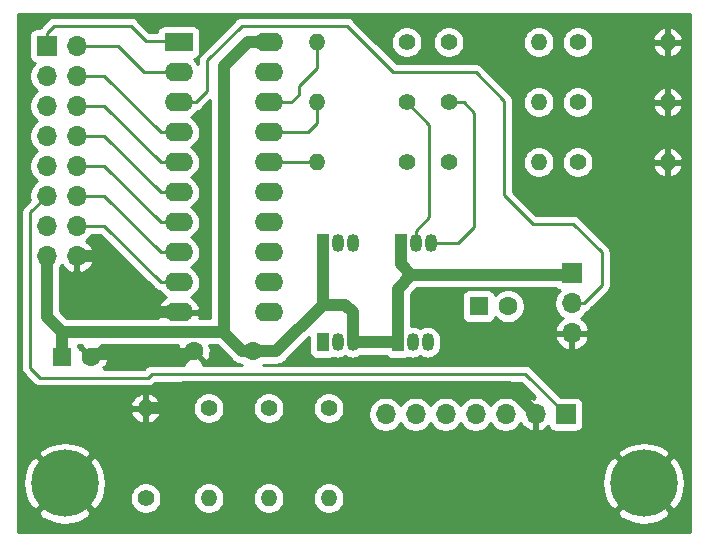
<source format=gbr>
%TF.GenerationSoftware,KiCad,Pcbnew,(5.1.9)-1*%
%TF.CreationDate,2021-05-20T14:34:39+02:00*%
%TF.ProjectId,ColorAce,436f6c6f-7241-4636-952e-6b696361645f,rev?*%
%TF.SameCoordinates,Original*%
%TF.FileFunction,Copper,L1,Top*%
%TF.FilePolarity,Positive*%
%FSLAX46Y46*%
G04 Gerber Fmt 4.6, Leading zero omitted, Abs format (unit mm)*
G04 Created by KiCad (PCBNEW (5.1.9)-1) date 2021-05-20 14:34:39*
%MOMM*%
%LPD*%
G01*
G04 APERTURE LIST*
%TA.AperFunction,ComponentPad*%
%ADD10O,1.400000X1.400000*%
%TD*%
%TA.AperFunction,ComponentPad*%
%ADD11C,1.400000*%
%TD*%
%TA.AperFunction,ComponentPad*%
%ADD12C,5.700000*%
%TD*%
%TA.AperFunction,ComponentPad*%
%ADD13C,1.600000*%
%TD*%
%TA.AperFunction,ComponentPad*%
%ADD14R,1.600000X1.600000*%
%TD*%
%TA.AperFunction,ComponentPad*%
%ADD15R,1.700000X1.700000*%
%TD*%
%TA.AperFunction,ComponentPad*%
%ADD16O,1.700000X1.700000*%
%TD*%
%TA.AperFunction,ComponentPad*%
%ADD17R,1.050000X1.500000*%
%TD*%
%TA.AperFunction,ComponentPad*%
%ADD18O,1.050000X1.500000*%
%TD*%
%TA.AperFunction,ComponentPad*%
%ADD19R,2.400000X1.600000*%
%TD*%
%TA.AperFunction,ComponentPad*%
%ADD20O,2.400000X1.600000*%
%TD*%
%TA.AperFunction,Conductor*%
%ADD21C,1.000000*%
%TD*%
%TA.AperFunction,Conductor*%
%ADD22C,0.250000*%
%TD*%
%TA.AperFunction,Conductor*%
%ADD23C,0.254000*%
%TD*%
%TA.AperFunction,Conductor*%
%ADD24C,0.100000*%
%TD*%
G04 APERTURE END LIST*
D10*
%TO.P,R11,2*%
%TO.N,/SND*%
X111506000Y-134112000D03*
D11*
%TO.P,R11,1*%
%TO.N,Net-(Q4-Pad2)*%
X111506000Y-126492000D03*
%TD*%
D10*
%TO.P,R1,2*%
%TO.N,/B*%
X115570000Y-105664000D03*
D11*
%TO.P,R1,1*%
%TO.N,Net-(Q1-Pad2)*%
X123190000Y-105664000D03*
%TD*%
D10*
%TO.P,R2,2*%
%TO.N,/BLUE*%
X134366000Y-95504000D03*
D11*
%TO.P,R2,1*%
%TO.N,Net-(Q1-Pad3)*%
X126746000Y-95504000D03*
%TD*%
D10*
%TO.P,R3,2*%
%TO.N,GND*%
X145288000Y-95504000D03*
D11*
%TO.P,R3,1*%
%TO.N,/BLUE*%
X137668000Y-95504000D03*
%TD*%
D10*
%TO.P,R4,2*%
%TO.N,/G*%
X115570000Y-100584000D03*
D11*
%TO.P,R4,1*%
%TO.N,Net-(Q2-Pad2)*%
X123190000Y-100584000D03*
%TD*%
D10*
%TO.P,R5,2*%
%TO.N,/GREEN*%
X134366000Y-100584000D03*
D11*
%TO.P,R5,1*%
%TO.N,Net-(Q2-Pad3)*%
X126746000Y-100584000D03*
%TD*%
D10*
%TO.P,R6,2*%
%TO.N,GND*%
X145288000Y-100584000D03*
D11*
%TO.P,R6,1*%
%TO.N,/GREEN*%
X137668000Y-100584000D03*
%TD*%
D10*
%TO.P,R7,2*%
%TO.N,/R*%
X115570000Y-95504000D03*
D11*
%TO.P,R7,1*%
%TO.N,Net-(Q3-Pad2)*%
X123190000Y-95504000D03*
%TD*%
D10*
%TO.P,R8,2*%
%TO.N,/RED*%
X134366000Y-105664000D03*
D11*
%TO.P,R8,1*%
%TO.N,Net-(Q3-Pad3)*%
X126746000Y-105664000D03*
%TD*%
D10*
%TO.P,R9,2*%
%TO.N,GND*%
X145288000Y-105664000D03*
D11*
%TO.P,R9,1*%
%TO.N,/RED*%
X137668000Y-105664000D03*
%TD*%
D10*
%TO.P,R10,2*%
%TO.N,Net-(J1-Pad7)*%
X116586000Y-134112000D03*
D11*
%TO.P,R10,1*%
%TO.N,VCC*%
X116586000Y-126492000D03*
%TD*%
D10*
%TO.P,R12,2*%
%TO.N,Net-(C2-Pad1)*%
X106426000Y-134112000D03*
D11*
%TO.P,R12,1*%
%TO.N,Net-(Q4-Pad1)*%
X106426000Y-126492000D03*
%TD*%
D10*
%TO.P,R13,2*%
%TO.N,GND*%
X101092000Y-126492000D03*
D11*
%TO.P,R13,1*%
%TO.N,Net-(C2-Pad1)*%
X101092000Y-134112000D03*
%TD*%
D12*
%TO.P,MH2,1*%
%TO.N,GND*%
X143256000Y-132842000D03*
%TD*%
%TO.P,MH1,1*%
%TO.N,GND*%
X94234000Y-132842000D03*
%TD*%
D13*
%TO.P,C1,1*%
%TO.N,GND*%
X105156000Y-121666000D03*
%TO.P,C1,2*%
%TO.N,VCC*%
X110156000Y-121666000D03*
%TD*%
D14*
%TO.P,C2,1*%
%TO.N,Net-(C2-Pad1)*%
X129286000Y-117856000D03*
D13*
%TO.P,C2,2*%
%TO.N,/SOUND*%
X131786000Y-117856000D03*
%TD*%
%TO.P,C3,2*%
%TO.N,GND*%
X96480000Y-122174000D03*
D14*
%TO.P,C3,1*%
%TO.N,VCC*%
X93980000Y-122174000D03*
%TD*%
D15*
%TO.P,J1,1*%
%TO.N,/SYNC*%
X136652000Y-127000000D03*
D16*
%TO.P,J1,2*%
%TO.N,GND*%
X134112000Y-127000000D03*
%TO.P,J1,3*%
%TO.N,/GREEN*%
X131572000Y-127000000D03*
%TO.P,J1,4*%
%TO.N,/RED*%
X129032000Y-127000000D03*
%TO.P,J1,5*%
%TO.N,/BLUE*%
X126492000Y-127000000D03*
%TO.P,J1,6*%
%TO.N,/SOUND*%
X123952000Y-127000000D03*
%TO.P,J1,7*%
%TO.N,Net-(J1-Pad7)*%
X121412000Y-127000000D03*
%TD*%
D15*
%TO.P,J2,1*%
%TO.N,/STB*%
X92710000Y-95805000D03*
D16*
%TO.P,J2,2*%
%TO.N,/MA6*%
X95250000Y-95805000D03*
%TO.P,J2,3*%
%TO.N,/A6O*%
X92710000Y-98345000D03*
%TO.P,J2,4*%
%TO.N,/~F1*%
X95250000Y-98345000D03*
%TO.P,J2,5*%
%TO.N,/A6O*%
X92710000Y-100885000D03*
%TO.P,J2,6*%
%TO.N,/~F2*%
X95250000Y-100885000D03*
%TO.P,J2,7*%
%TO.N,/DI6*%
X92710000Y-103425000D03*
%TO.P,J2,8*%
%TO.N,/MOD*%
X95250000Y-103425000D03*
%TO.P,J2,9*%
%TO.N,/DI7*%
X92710000Y-105965000D03*
%TO.P,J2,10*%
%TO.N,/~ZAT*%
X95250000Y-105965000D03*
%TO.P,J2,11*%
%TO.N,/SYNC*%
X92710000Y-108505000D03*
%TO.P,J2,12*%
%TO.N,/VID*%
X95250000Y-108505000D03*
%TO.P,J2,13*%
%TO.N,/SND*%
X92710000Y-111045000D03*
%TO.P,J2,14*%
%TO.N,/AMUX*%
X95250000Y-111045000D03*
%TO.P,J2,15*%
%TO.N,VCC*%
X92710000Y-113585000D03*
%TO.P,J2,16*%
%TO.N,GND*%
X95250000Y-113585000D03*
%TD*%
D17*
%TO.P,Q1,1*%
%TO.N,VCC*%
X116078000Y-112522000D03*
D18*
%TO.P,Q1,3*%
%TO.N,Net-(Q1-Pad3)*%
X118618000Y-112522000D03*
%TO.P,Q1,2*%
%TO.N,Net-(Q1-Pad2)*%
X117348000Y-112522000D03*
%TD*%
%TO.P,Q2,2*%
%TO.N,Net-(Q2-Pad2)*%
X123952000Y-112522000D03*
%TO.P,Q2,3*%
%TO.N,Net-(Q2-Pad3)*%
X125222000Y-112522000D03*
D17*
%TO.P,Q2,1*%
%TO.N,VCC*%
X122682000Y-112522000D03*
%TD*%
%TO.P,Q3,1*%
%TO.N,VCC*%
X122428000Y-120904000D03*
D18*
%TO.P,Q3,3*%
%TO.N,Net-(Q3-Pad3)*%
X124968000Y-120904000D03*
%TO.P,Q3,2*%
%TO.N,Net-(Q3-Pad2)*%
X123698000Y-120904000D03*
%TD*%
%TO.P,Q4,2*%
%TO.N,Net-(Q4-Pad2)*%
X117348000Y-120904000D03*
%TO.P,Q4,3*%
%TO.N,VCC*%
X118618000Y-120904000D03*
D17*
%TO.P,Q4,1*%
%TO.N,Net-(Q4-Pad1)*%
X116078000Y-120904000D03*
%TD*%
D15*
%TO.P,SW1,1*%
%TO.N,VCC*%
X137160000Y-115062000D03*
D16*
%TO.P,SW1,2*%
%TO.N,/SWITCH*%
X137160000Y-117602000D03*
%TO.P,SW1,3*%
%TO.N,GND*%
X137160000Y-120142000D03*
%TD*%
D19*
%TO.P,U1,1*%
%TO.N,/STB*%
X103886000Y-95504000D03*
D20*
%TO.P,U1,11*%
%TO.N,Net-(U1-Pad11)*%
X111506000Y-118364000D03*
%TO.P,U1,2*%
%TO.N,/MA6*%
X103886000Y-98044000D03*
%TO.P,U1,12*%
%TO.N,/DI6*%
X111506000Y-115824000D03*
%TO.P,U1,3*%
%TO.N,/SWITCH*%
X103886000Y-100584000D03*
%TO.P,U1,13*%
%TO.N,/DI7*%
X111506000Y-113284000D03*
%TO.P,U1,4*%
%TO.N,/~F1*%
X103886000Y-103124000D03*
%TO.P,U1,14*%
%TO.N,Net-(U1-Pad14)*%
X111506000Y-110744000D03*
%TO.P,U1,5*%
%TO.N,/~F2*%
X103886000Y-105664000D03*
%TO.P,U1,15*%
%TO.N,Net-(U1-Pad15)*%
X111506000Y-108204000D03*
%TO.P,U1,6*%
%TO.N,/MOD*%
X103886000Y-108204000D03*
%TO.P,U1,16*%
%TO.N,/B*%
X111506000Y-105664000D03*
%TO.P,U1,7*%
%TO.N,/~ZAT*%
X103886000Y-110744000D03*
%TO.P,U1,17*%
%TO.N,/G*%
X111506000Y-103124000D03*
%TO.P,U1,8*%
%TO.N,/VID*%
X103886000Y-113284000D03*
%TO.P,U1,18*%
%TO.N,/R*%
X111506000Y-100584000D03*
%TO.P,U1,9*%
%TO.N,/AMUX*%
X103886000Y-115824000D03*
%TO.P,U1,19*%
%TO.N,/A6O*%
X111506000Y-98044000D03*
%TO.P,U1,10*%
%TO.N,GND*%
X103886000Y-118364000D03*
%TO.P,U1,20*%
%TO.N,VCC*%
X111506000Y-95504000D03*
%TD*%
D21*
%TO.N,GND*%
X95250000Y-113585000D02*
X96800300Y-113585000D01*
X96800300Y-113585000D02*
X101579300Y-118364000D01*
X101579300Y-118364000D02*
X103886000Y-118364000D01*
X104370300Y-124714000D02*
X102592300Y-126492000D01*
X134112000Y-127000000D02*
X131826000Y-124714000D01*
X131826000Y-124714000D02*
X104370300Y-124714000D01*
X102592300Y-126492000D02*
X101092000Y-126492000D01*
X104902000Y-121920000D02*
X105156000Y-121666000D01*
X96734000Y-121920000D02*
X104902000Y-121920000D01*
X96480000Y-122174000D02*
X96734000Y-121920000D01*
%TO.N,VCC*%
X107696000Y-118184500D02*
X107696000Y-120142000D01*
X107696000Y-120142000D02*
X109220000Y-121666000D01*
X109220000Y-121666000D02*
X110156000Y-121666000D01*
X111506000Y-95504000D02*
X109728000Y-95504000D01*
X109728000Y-95504000D02*
X107696000Y-97536000D01*
X107696000Y-97536000D02*
X107696000Y-118184500D01*
X122682000Y-114272000D02*
X123599000Y-115189000D01*
X122682000Y-112522000D02*
X122682000Y-114272000D01*
X137033000Y-115189000D02*
X137160000Y-115062000D01*
X123599000Y-115189000D02*
X137033000Y-115189000D01*
X122428000Y-116360000D02*
X123599000Y-115189000D01*
X122428000Y-120904000D02*
X122428000Y-116360000D01*
X116078000Y-117729000D02*
X116078000Y-112522000D01*
X112141000Y-121666000D02*
X116078000Y-117729000D01*
X110156000Y-121666000D02*
X112141000Y-121666000D01*
X118618000Y-120904000D02*
X118618000Y-118364000D01*
X117983000Y-117729000D02*
X116078000Y-117729000D01*
X118618000Y-118364000D02*
X117983000Y-117729000D01*
X93980000Y-120015000D02*
X93980000Y-122174000D01*
X107696000Y-120015000D02*
X93980000Y-120015000D01*
X107696000Y-118184500D02*
X107696000Y-120015000D01*
X92710000Y-118745000D02*
X93980000Y-120015000D01*
X92710000Y-113585000D02*
X92710000Y-118745000D01*
X118618000Y-120904000D02*
X122428000Y-120904000D01*
D22*
%TO.N,/SYNC*%
X101600000Y-123571000D02*
X133223000Y-123571000D01*
X101281900Y-123889100D02*
X101600000Y-123571000D01*
X133223000Y-123571000D02*
X136652000Y-127000000D01*
X92139100Y-123889100D02*
X101281900Y-123889100D01*
X91313000Y-123063000D02*
X92139100Y-123889100D01*
X91313000Y-109902000D02*
X91313000Y-123063000D01*
X92710000Y-108505000D02*
X91313000Y-109902000D01*
%TO.N,/STB*%
X103759000Y-95377000D02*
X103886000Y-95504000D01*
X101092000Y-95377000D02*
X103759000Y-95377000D01*
X99822000Y-94107000D02*
X101092000Y-95377000D01*
X93345000Y-94107000D02*
X99822000Y-94107000D01*
X92710000Y-94742000D02*
X93345000Y-94107000D01*
X92710000Y-95805000D02*
X92710000Y-94742000D01*
%TO.N,/MA6*%
X98726000Y-95805000D02*
X95250000Y-95805000D01*
X100965000Y-98044000D02*
X98726000Y-95805000D01*
X103886000Y-98044000D02*
X100965000Y-98044000D01*
%TO.N,/~F1*%
X103886000Y-103124000D02*
X102360700Y-103124000D01*
X102360700Y-103124000D02*
X97581700Y-98345000D01*
X97581700Y-98345000D02*
X95250000Y-98345000D01*
%TO.N,/~F2*%
X103886000Y-105664000D02*
X102360700Y-105664000D01*
X102360700Y-105664000D02*
X97581700Y-100885000D01*
X97581700Y-100885000D02*
X95250000Y-100885000D01*
%TO.N,/MOD*%
X103886000Y-108204000D02*
X102360700Y-108204000D01*
X102360700Y-108204000D02*
X97581700Y-103425000D01*
X97581700Y-103425000D02*
X95250000Y-103425000D01*
%TO.N,/~ZAT*%
X103886000Y-110744000D02*
X102360700Y-110744000D01*
X102360700Y-110744000D02*
X97581700Y-105965000D01*
X97581700Y-105965000D02*
X95250000Y-105965000D01*
%TO.N,/VID*%
X103886000Y-113284000D02*
X102360700Y-113284000D01*
X102360700Y-113284000D02*
X97581700Y-108505000D01*
X97581700Y-108505000D02*
X95250000Y-108505000D01*
%TO.N,/AMUX*%
X103886000Y-115824000D02*
X102360700Y-115824000D01*
X102360700Y-115824000D02*
X97581700Y-111045000D01*
X97581700Y-111045000D02*
X95250000Y-111045000D01*
%TO.N,Net-(Q2-Pad2)*%
X123952000Y-111446700D02*
X123952000Y-112522000D01*
X125095000Y-110303700D02*
X123952000Y-111446700D01*
X125095000Y-102489000D02*
X125095000Y-110303700D01*
X123190000Y-100584000D02*
X125095000Y-102489000D01*
%TO.N,Net-(Q2-Pad3)*%
X125222000Y-112522000D02*
X127508000Y-112522000D01*
X127508000Y-112522000D02*
X128905000Y-111125000D01*
X128905000Y-111125000D02*
X128905000Y-101473000D01*
X128016000Y-100584000D02*
X126746000Y-100584000D01*
X128905000Y-101473000D02*
X128016000Y-100584000D01*
%TO.N,/B*%
X111506000Y-105664000D02*
X115570000Y-105664000D01*
%TO.N,/G*%
X111506000Y-103124000D02*
X114808000Y-103124000D01*
X115570000Y-102362000D02*
X115570000Y-100584000D01*
X114808000Y-103124000D02*
X115570000Y-102362000D01*
%TO.N,/R*%
X111506000Y-100584000D02*
X113411000Y-100584000D01*
X113411000Y-100584000D02*
X114046000Y-99949000D01*
X114046000Y-99949000D02*
X114046000Y-99187000D01*
X115570000Y-97663000D02*
X115570000Y-95504000D01*
X114046000Y-99187000D02*
X115570000Y-97663000D01*
%TO.N,/SWITCH*%
X139700000Y-116078000D02*
X138176000Y-117602000D01*
X103886000Y-100584000D02*
X105336000Y-100584000D01*
X129032000Y-98044000D02*
X131445000Y-100457000D01*
X106299000Y-99621000D02*
X106299000Y-97028000D01*
X133858000Y-110871000D02*
X137287000Y-110871000D01*
X137287000Y-110871000D02*
X139700000Y-113284000D01*
X131445000Y-108458000D02*
X133858000Y-110871000D01*
X109220000Y-94107000D02*
X118110000Y-94107000D01*
X139700000Y-113284000D02*
X139700000Y-116078000D01*
X138176000Y-117602000D02*
X137160000Y-117602000D01*
X118110000Y-94107000D02*
X122047000Y-98044000D01*
X105336000Y-100584000D02*
X106299000Y-99621000D01*
X122047000Y-98044000D02*
X129032000Y-98044000D01*
X106299000Y-97028000D02*
X109220000Y-94107000D01*
X131445000Y-100457000D02*
X131445000Y-108458000D01*
%TD*%
D23*
%TO.N,GND*%
X147168001Y-137008000D02*
X90322000Y-137008000D01*
X90322000Y-135294033D01*
X91961572Y-135294033D01*
X92279757Y-135747850D01*
X92884210Y-136073269D01*
X93540535Y-136274512D01*
X94223510Y-136343845D01*
X94906888Y-136278605D01*
X95564407Y-136081298D01*
X96170799Y-135759506D01*
X96188243Y-135747850D01*
X96506428Y-135294033D01*
X94234000Y-133021605D01*
X91961572Y-135294033D01*
X90322000Y-135294033D01*
X90322000Y-132831510D01*
X90732155Y-132831510D01*
X90797395Y-133514888D01*
X90994702Y-134172407D01*
X91316494Y-134778799D01*
X91328150Y-134796243D01*
X91781967Y-135114428D01*
X94054395Y-132842000D01*
X94413605Y-132842000D01*
X96686033Y-135114428D01*
X97139850Y-134796243D01*
X97465269Y-134191790D01*
X97530050Y-133980514D01*
X99757000Y-133980514D01*
X99757000Y-134243486D01*
X99808304Y-134501405D01*
X99908939Y-134744359D01*
X100055038Y-134963013D01*
X100240987Y-135148962D01*
X100459641Y-135295061D01*
X100702595Y-135395696D01*
X100960514Y-135447000D01*
X101223486Y-135447000D01*
X101481405Y-135395696D01*
X101724359Y-135295061D01*
X101943013Y-135148962D01*
X102128962Y-134963013D01*
X102275061Y-134744359D01*
X102375696Y-134501405D01*
X102427000Y-134243486D01*
X102427000Y-133980514D01*
X105091000Y-133980514D01*
X105091000Y-134243486D01*
X105142304Y-134501405D01*
X105242939Y-134744359D01*
X105389038Y-134963013D01*
X105574987Y-135148962D01*
X105793641Y-135295061D01*
X106036595Y-135395696D01*
X106294514Y-135447000D01*
X106557486Y-135447000D01*
X106815405Y-135395696D01*
X107058359Y-135295061D01*
X107277013Y-135148962D01*
X107462962Y-134963013D01*
X107609061Y-134744359D01*
X107709696Y-134501405D01*
X107761000Y-134243486D01*
X107761000Y-133980514D01*
X110171000Y-133980514D01*
X110171000Y-134243486D01*
X110222304Y-134501405D01*
X110322939Y-134744359D01*
X110469038Y-134963013D01*
X110654987Y-135148962D01*
X110873641Y-135295061D01*
X111116595Y-135395696D01*
X111374514Y-135447000D01*
X111637486Y-135447000D01*
X111895405Y-135395696D01*
X112138359Y-135295061D01*
X112357013Y-135148962D01*
X112542962Y-134963013D01*
X112689061Y-134744359D01*
X112789696Y-134501405D01*
X112841000Y-134243486D01*
X112841000Y-133980514D01*
X115251000Y-133980514D01*
X115251000Y-134243486D01*
X115302304Y-134501405D01*
X115402939Y-134744359D01*
X115549038Y-134963013D01*
X115734987Y-135148962D01*
X115953641Y-135295061D01*
X116196595Y-135395696D01*
X116454514Y-135447000D01*
X116717486Y-135447000D01*
X116975405Y-135395696D01*
X117218359Y-135295061D01*
X117219897Y-135294033D01*
X140983572Y-135294033D01*
X141301757Y-135747850D01*
X141906210Y-136073269D01*
X142562535Y-136274512D01*
X143245510Y-136343845D01*
X143928888Y-136278605D01*
X144586407Y-136081298D01*
X145192799Y-135759506D01*
X145210243Y-135747850D01*
X145528428Y-135294033D01*
X143256000Y-133021605D01*
X140983572Y-135294033D01*
X117219897Y-135294033D01*
X117437013Y-135148962D01*
X117622962Y-134963013D01*
X117769061Y-134744359D01*
X117869696Y-134501405D01*
X117921000Y-134243486D01*
X117921000Y-133980514D01*
X117869696Y-133722595D01*
X117769061Y-133479641D01*
X117622962Y-133260987D01*
X117437013Y-133075038D01*
X117218359Y-132928939D01*
X116983145Y-132831510D01*
X139754155Y-132831510D01*
X139819395Y-133514888D01*
X140016702Y-134172407D01*
X140338494Y-134778799D01*
X140350150Y-134796243D01*
X140803967Y-135114428D01*
X143076395Y-132842000D01*
X143435605Y-132842000D01*
X145708033Y-135114428D01*
X146161850Y-134796243D01*
X146487269Y-134191790D01*
X146688512Y-133535465D01*
X146757845Y-132852490D01*
X146692605Y-132169112D01*
X146495298Y-131511593D01*
X146173506Y-130905201D01*
X146161850Y-130887757D01*
X145708033Y-130569572D01*
X143435605Y-132842000D01*
X143076395Y-132842000D01*
X140803967Y-130569572D01*
X140350150Y-130887757D01*
X140024731Y-131492210D01*
X139823488Y-132148535D01*
X139754155Y-132831510D01*
X116983145Y-132831510D01*
X116975405Y-132828304D01*
X116717486Y-132777000D01*
X116454514Y-132777000D01*
X116196595Y-132828304D01*
X115953641Y-132928939D01*
X115734987Y-133075038D01*
X115549038Y-133260987D01*
X115402939Y-133479641D01*
X115302304Y-133722595D01*
X115251000Y-133980514D01*
X112841000Y-133980514D01*
X112789696Y-133722595D01*
X112689061Y-133479641D01*
X112542962Y-133260987D01*
X112357013Y-133075038D01*
X112138359Y-132928939D01*
X111895405Y-132828304D01*
X111637486Y-132777000D01*
X111374514Y-132777000D01*
X111116595Y-132828304D01*
X110873641Y-132928939D01*
X110654987Y-133075038D01*
X110469038Y-133260987D01*
X110322939Y-133479641D01*
X110222304Y-133722595D01*
X110171000Y-133980514D01*
X107761000Y-133980514D01*
X107709696Y-133722595D01*
X107609061Y-133479641D01*
X107462962Y-133260987D01*
X107277013Y-133075038D01*
X107058359Y-132928939D01*
X106815405Y-132828304D01*
X106557486Y-132777000D01*
X106294514Y-132777000D01*
X106036595Y-132828304D01*
X105793641Y-132928939D01*
X105574987Y-133075038D01*
X105389038Y-133260987D01*
X105242939Y-133479641D01*
X105142304Y-133722595D01*
X105091000Y-133980514D01*
X102427000Y-133980514D01*
X102375696Y-133722595D01*
X102275061Y-133479641D01*
X102128962Y-133260987D01*
X101943013Y-133075038D01*
X101724359Y-132928939D01*
X101481405Y-132828304D01*
X101223486Y-132777000D01*
X100960514Y-132777000D01*
X100702595Y-132828304D01*
X100459641Y-132928939D01*
X100240987Y-133075038D01*
X100055038Y-133260987D01*
X99908939Y-133479641D01*
X99808304Y-133722595D01*
X99757000Y-133980514D01*
X97530050Y-133980514D01*
X97666512Y-133535465D01*
X97735845Y-132852490D01*
X97670605Y-132169112D01*
X97473298Y-131511593D01*
X97151506Y-130905201D01*
X97139850Y-130887757D01*
X96686033Y-130569572D01*
X94413605Y-132842000D01*
X94054395Y-132842000D01*
X91781967Y-130569572D01*
X91328150Y-130887757D01*
X91002731Y-131492210D01*
X90801488Y-132148535D01*
X90732155Y-132831510D01*
X90322000Y-132831510D01*
X90322000Y-130389967D01*
X91961572Y-130389967D01*
X94234000Y-132662395D01*
X96506428Y-130389967D01*
X140983572Y-130389967D01*
X143256000Y-132662395D01*
X145528428Y-130389967D01*
X145210243Y-129936150D01*
X144605790Y-129610731D01*
X143949465Y-129409488D01*
X143266490Y-129340155D01*
X142583112Y-129405395D01*
X141925593Y-129602702D01*
X141319201Y-129924494D01*
X141301757Y-129936150D01*
X140983572Y-130389967D01*
X96506428Y-130389967D01*
X96188243Y-129936150D01*
X95583790Y-129610731D01*
X94927465Y-129409488D01*
X94244490Y-129340155D01*
X93561112Y-129405395D01*
X92903593Y-129602702D01*
X92297201Y-129924494D01*
X92279757Y-129936150D01*
X91961572Y-130389967D01*
X90322000Y-130389967D01*
X90322000Y-126825330D01*
X99799278Y-126825330D01*
X99889147Y-127071123D01*
X100025241Y-127294660D01*
X100202330Y-127487351D01*
X100413608Y-127641792D01*
X100650956Y-127752047D01*
X100758671Y-127784716D01*
X100965000Y-127661374D01*
X100965000Y-126619000D01*
X101219000Y-126619000D01*
X101219000Y-127661374D01*
X101425329Y-127784716D01*
X101533044Y-127752047D01*
X101770392Y-127641792D01*
X101981670Y-127487351D01*
X102158759Y-127294660D01*
X102294853Y-127071123D01*
X102384722Y-126825330D01*
X102262201Y-126619000D01*
X101219000Y-126619000D01*
X100965000Y-126619000D01*
X99921799Y-126619000D01*
X99799278Y-126825330D01*
X90322000Y-126825330D01*
X90322000Y-126158670D01*
X99799278Y-126158670D01*
X99921799Y-126365000D01*
X100965000Y-126365000D01*
X100965000Y-125322626D01*
X101219000Y-125322626D01*
X101219000Y-126365000D01*
X102262201Y-126365000D01*
X102264864Y-126360514D01*
X105091000Y-126360514D01*
X105091000Y-126623486D01*
X105142304Y-126881405D01*
X105242939Y-127124359D01*
X105389038Y-127343013D01*
X105574987Y-127528962D01*
X105793641Y-127675061D01*
X106036595Y-127775696D01*
X106294514Y-127827000D01*
X106557486Y-127827000D01*
X106815405Y-127775696D01*
X107058359Y-127675061D01*
X107277013Y-127528962D01*
X107462962Y-127343013D01*
X107609061Y-127124359D01*
X107709696Y-126881405D01*
X107761000Y-126623486D01*
X107761000Y-126360514D01*
X110171000Y-126360514D01*
X110171000Y-126623486D01*
X110222304Y-126881405D01*
X110322939Y-127124359D01*
X110469038Y-127343013D01*
X110654987Y-127528962D01*
X110873641Y-127675061D01*
X111116595Y-127775696D01*
X111374514Y-127827000D01*
X111637486Y-127827000D01*
X111895405Y-127775696D01*
X112138359Y-127675061D01*
X112357013Y-127528962D01*
X112542962Y-127343013D01*
X112689061Y-127124359D01*
X112789696Y-126881405D01*
X112841000Y-126623486D01*
X112841000Y-126360514D01*
X115251000Y-126360514D01*
X115251000Y-126623486D01*
X115302304Y-126881405D01*
X115402939Y-127124359D01*
X115549038Y-127343013D01*
X115734987Y-127528962D01*
X115953641Y-127675061D01*
X116196595Y-127775696D01*
X116454514Y-127827000D01*
X116717486Y-127827000D01*
X116975405Y-127775696D01*
X117218359Y-127675061D01*
X117437013Y-127528962D01*
X117622962Y-127343013D01*
X117769061Y-127124359D01*
X117869696Y-126881405D01*
X117921000Y-126623486D01*
X117921000Y-126360514D01*
X117869696Y-126102595D01*
X117769061Y-125859641D01*
X117622962Y-125640987D01*
X117437013Y-125455038D01*
X117218359Y-125308939D01*
X116975405Y-125208304D01*
X116717486Y-125157000D01*
X116454514Y-125157000D01*
X116196595Y-125208304D01*
X115953641Y-125308939D01*
X115734987Y-125455038D01*
X115549038Y-125640987D01*
X115402939Y-125859641D01*
X115302304Y-126102595D01*
X115251000Y-126360514D01*
X112841000Y-126360514D01*
X112789696Y-126102595D01*
X112689061Y-125859641D01*
X112542962Y-125640987D01*
X112357013Y-125455038D01*
X112138359Y-125308939D01*
X111895405Y-125208304D01*
X111637486Y-125157000D01*
X111374514Y-125157000D01*
X111116595Y-125208304D01*
X110873641Y-125308939D01*
X110654987Y-125455038D01*
X110469038Y-125640987D01*
X110322939Y-125859641D01*
X110222304Y-126102595D01*
X110171000Y-126360514D01*
X107761000Y-126360514D01*
X107709696Y-126102595D01*
X107609061Y-125859641D01*
X107462962Y-125640987D01*
X107277013Y-125455038D01*
X107058359Y-125308939D01*
X106815405Y-125208304D01*
X106557486Y-125157000D01*
X106294514Y-125157000D01*
X106036595Y-125208304D01*
X105793641Y-125308939D01*
X105574987Y-125455038D01*
X105389038Y-125640987D01*
X105242939Y-125859641D01*
X105142304Y-126102595D01*
X105091000Y-126360514D01*
X102264864Y-126360514D01*
X102384722Y-126158670D01*
X102294853Y-125912877D01*
X102158759Y-125689340D01*
X101981670Y-125496649D01*
X101770392Y-125342208D01*
X101533044Y-125231953D01*
X101425329Y-125199284D01*
X101219000Y-125322626D01*
X100965000Y-125322626D01*
X100758671Y-125199284D01*
X100650956Y-125231953D01*
X100413608Y-125342208D01*
X100202330Y-125496649D01*
X100025241Y-125689340D01*
X99889147Y-125912877D01*
X99799278Y-126158670D01*
X90322000Y-126158670D01*
X90322000Y-109902000D01*
X90549324Y-109902000D01*
X90553000Y-109939322D01*
X90553001Y-123025668D01*
X90549324Y-123063000D01*
X90553001Y-123100333D01*
X90563998Y-123211986D01*
X90576781Y-123254126D01*
X90607454Y-123355246D01*
X90678026Y-123487276D01*
X90740584Y-123563502D01*
X90773000Y-123603001D01*
X90801998Y-123626799D01*
X91575301Y-124400102D01*
X91599099Y-124429101D01*
X91714824Y-124524074D01*
X91846853Y-124594646D01*
X91990114Y-124638103D01*
X92101767Y-124649100D01*
X92101777Y-124649100D01*
X92139100Y-124652776D01*
X92176423Y-124649100D01*
X101244578Y-124649100D01*
X101281900Y-124652776D01*
X101319222Y-124649100D01*
X101319233Y-124649100D01*
X101430886Y-124638103D01*
X101574147Y-124594646D01*
X101706176Y-124524074D01*
X101821901Y-124429101D01*
X101845704Y-124400097D01*
X101914801Y-124331000D01*
X132908199Y-124331000D01*
X134092199Y-125515000D01*
X133984998Y-125515000D01*
X133984998Y-125679844D01*
X133755110Y-125558524D01*
X133607901Y-125603175D01*
X133345080Y-125728359D01*
X133111731Y-125902412D01*
X132916822Y-126118645D01*
X132847195Y-126235534D01*
X132725475Y-126053368D01*
X132518632Y-125846525D01*
X132275411Y-125684010D01*
X132005158Y-125572068D01*
X131718260Y-125515000D01*
X131425740Y-125515000D01*
X131138842Y-125572068D01*
X130868589Y-125684010D01*
X130625368Y-125846525D01*
X130418525Y-126053368D01*
X130302000Y-126227760D01*
X130185475Y-126053368D01*
X129978632Y-125846525D01*
X129735411Y-125684010D01*
X129465158Y-125572068D01*
X129178260Y-125515000D01*
X128885740Y-125515000D01*
X128598842Y-125572068D01*
X128328589Y-125684010D01*
X128085368Y-125846525D01*
X127878525Y-126053368D01*
X127762000Y-126227760D01*
X127645475Y-126053368D01*
X127438632Y-125846525D01*
X127195411Y-125684010D01*
X126925158Y-125572068D01*
X126638260Y-125515000D01*
X126345740Y-125515000D01*
X126058842Y-125572068D01*
X125788589Y-125684010D01*
X125545368Y-125846525D01*
X125338525Y-126053368D01*
X125222000Y-126227760D01*
X125105475Y-126053368D01*
X124898632Y-125846525D01*
X124655411Y-125684010D01*
X124385158Y-125572068D01*
X124098260Y-125515000D01*
X123805740Y-125515000D01*
X123518842Y-125572068D01*
X123248589Y-125684010D01*
X123005368Y-125846525D01*
X122798525Y-126053368D01*
X122682000Y-126227760D01*
X122565475Y-126053368D01*
X122358632Y-125846525D01*
X122115411Y-125684010D01*
X121845158Y-125572068D01*
X121558260Y-125515000D01*
X121265740Y-125515000D01*
X120978842Y-125572068D01*
X120708589Y-125684010D01*
X120465368Y-125846525D01*
X120258525Y-126053368D01*
X120096010Y-126296589D01*
X119984068Y-126566842D01*
X119927000Y-126853740D01*
X119927000Y-127146260D01*
X119984068Y-127433158D01*
X120096010Y-127703411D01*
X120258525Y-127946632D01*
X120465368Y-128153475D01*
X120708589Y-128315990D01*
X120978842Y-128427932D01*
X121265740Y-128485000D01*
X121558260Y-128485000D01*
X121845158Y-128427932D01*
X122115411Y-128315990D01*
X122358632Y-128153475D01*
X122565475Y-127946632D01*
X122682000Y-127772240D01*
X122798525Y-127946632D01*
X123005368Y-128153475D01*
X123248589Y-128315990D01*
X123518842Y-128427932D01*
X123805740Y-128485000D01*
X124098260Y-128485000D01*
X124385158Y-128427932D01*
X124655411Y-128315990D01*
X124898632Y-128153475D01*
X125105475Y-127946632D01*
X125222000Y-127772240D01*
X125338525Y-127946632D01*
X125545368Y-128153475D01*
X125788589Y-128315990D01*
X126058842Y-128427932D01*
X126345740Y-128485000D01*
X126638260Y-128485000D01*
X126925158Y-128427932D01*
X127195411Y-128315990D01*
X127438632Y-128153475D01*
X127645475Y-127946632D01*
X127762000Y-127772240D01*
X127878525Y-127946632D01*
X128085368Y-128153475D01*
X128328589Y-128315990D01*
X128598842Y-128427932D01*
X128885740Y-128485000D01*
X129178260Y-128485000D01*
X129465158Y-128427932D01*
X129735411Y-128315990D01*
X129978632Y-128153475D01*
X130185475Y-127946632D01*
X130302000Y-127772240D01*
X130418525Y-127946632D01*
X130625368Y-128153475D01*
X130868589Y-128315990D01*
X131138842Y-128427932D01*
X131425740Y-128485000D01*
X131718260Y-128485000D01*
X132005158Y-128427932D01*
X132275411Y-128315990D01*
X132518632Y-128153475D01*
X132725475Y-127946632D01*
X132847195Y-127764466D01*
X132916822Y-127881355D01*
X133111731Y-128097588D01*
X133345080Y-128271641D01*
X133607901Y-128396825D01*
X133755110Y-128441476D01*
X133985000Y-128320155D01*
X133985000Y-127127000D01*
X133965000Y-127127000D01*
X133965000Y-126873000D01*
X133985000Y-126873000D01*
X133985000Y-126853000D01*
X134239000Y-126853000D01*
X134239000Y-126873000D01*
X134259000Y-126873000D01*
X134259000Y-127127000D01*
X134239000Y-127127000D01*
X134239000Y-128320155D01*
X134468890Y-128441476D01*
X134616099Y-128396825D01*
X134878920Y-128271641D01*
X135112269Y-128097588D01*
X135188034Y-128013534D01*
X135212498Y-128094180D01*
X135271463Y-128204494D01*
X135350815Y-128301185D01*
X135447506Y-128380537D01*
X135557820Y-128439502D01*
X135677518Y-128475812D01*
X135802000Y-128488072D01*
X137502000Y-128488072D01*
X137626482Y-128475812D01*
X137746180Y-128439502D01*
X137856494Y-128380537D01*
X137953185Y-128301185D01*
X138032537Y-128204494D01*
X138091502Y-128094180D01*
X138127812Y-127974482D01*
X138140072Y-127850000D01*
X138140072Y-126150000D01*
X138127812Y-126025518D01*
X138091502Y-125905820D01*
X138032537Y-125795506D01*
X137953185Y-125698815D01*
X137856494Y-125619463D01*
X137746180Y-125560498D01*
X137626482Y-125524188D01*
X137502000Y-125511928D01*
X136238730Y-125511928D01*
X133786804Y-123060003D01*
X133763001Y-123030999D01*
X133647276Y-122936026D01*
X133515247Y-122865454D01*
X133371986Y-122821997D01*
X133260333Y-122811000D01*
X133260322Y-122811000D01*
X133223000Y-122807324D01*
X133185678Y-122811000D01*
X111025317Y-122811000D01*
X111040284Y-122801000D01*
X112085249Y-122801000D01*
X112141000Y-122806491D01*
X112196751Y-122801000D01*
X112196752Y-122801000D01*
X112363499Y-122784577D01*
X112577447Y-122719676D01*
X112774623Y-122614284D01*
X112947449Y-122472449D01*
X112982996Y-122429135D01*
X114914928Y-120497204D01*
X114914928Y-121654000D01*
X114927188Y-121778482D01*
X114963498Y-121898180D01*
X115022463Y-122008494D01*
X115101815Y-122105185D01*
X115198506Y-122184537D01*
X115308820Y-122243502D01*
X115428518Y-122279812D01*
X115553000Y-122292072D01*
X116603000Y-122292072D01*
X116727482Y-122279812D01*
X116847180Y-122243502D01*
X116911902Y-122208907D01*
X117120601Y-122272215D01*
X117348000Y-122294612D01*
X117575400Y-122272215D01*
X117794060Y-122205885D01*
X117983000Y-122104894D01*
X118171941Y-122205885D01*
X118390601Y-122272215D01*
X118618000Y-122294612D01*
X118845400Y-122272215D01*
X119064060Y-122205885D01*
X119265579Y-122098171D01*
X119337679Y-122039000D01*
X121397499Y-122039000D01*
X121451815Y-122105185D01*
X121548506Y-122184537D01*
X121658820Y-122243502D01*
X121778518Y-122279812D01*
X121903000Y-122292072D01*
X122953000Y-122292072D01*
X123077482Y-122279812D01*
X123197180Y-122243502D01*
X123261902Y-122208907D01*
X123470601Y-122272215D01*
X123698000Y-122294612D01*
X123925400Y-122272215D01*
X124144060Y-122205885D01*
X124333000Y-122104894D01*
X124521941Y-122205885D01*
X124740601Y-122272215D01*
X124968000Y-122294612D01*
X125195400Y-122272215D01*
X125414060Y-122205885D01*
X125615579Y-122098171D01*
X125792212Y-121953212D01*
X125937171Y-121776579D01*
X126044885Y-121575059D01*
X126111215Y-121356399D01*
X126128000Y-121185978D01*
X126128000Y-120622021D01*
X126115873Y-120498890D01*
X135718524Y-120498890D01*
X135763175Y-120646099D01*
X135888359Y-120908920D01*
X136062412Y-121142269D01*
X136278645Y-121337178D01*
X136528748Y-121486157D01*
X136803109Y-121583481D01*
X137033000Y-121462814D01*
X137033000Y-120269000D01*
X137287000Y-120269000D01*
X137287000Y-121462814D01*
X137516891Y-121583481D01*
X137791252Y-121486157D01*
X138041355Y-121337178D01*
X138257588Y-121142269D01*
X138431641Y-120908920D01*
X138556825Y-120646099D01*
X138601476Y-120498890D01*
X138480155Y-120269000D01*
X137287000Y-120269000D01*
X137033000Y-120269000D01*
X135839845Y-120269000D01*
X135718524Y-120498890D01*
X126115873Y-120498890D01*
X126111215Y-120451600D01*
X126044885Y-120232940D01*
X125937171Y-120031421D01*
X125792212Y-119854788D01*
X125615578Y-119709829D01*
X125414059Y-119602115D01*
X125195399Y-119535785D01*
X124968000Y-119513388D01*
X124740600Y-119535785D01*
X124521940Y-119602115D01*
X124333000Y-119703106D01*
X124144059Y-119602115D01*
X123925399Y-119535785D01*
X123698000Y-119513388D01*
X123563000Y-119526684D01*
X123563000Y-117056000D01*
X127847928Y-117056000D01*
X127847928Y-118656000D01*
X127860188Y-118780482D01*
X127896498Y-118900180D01*
X127955463Y-119010494D01*
X128034815Y-119107185D01*
X128131506Y-119186537D01*
X128241820Y-119245502D01*
X128361518Y-119281812D01*
X128486000Y-119294072D01*
X130086000Y-119294072D01*
X130210482Y-119281812D01*
X130330180Y-119245502D01*
X130440494Y-119186537D01*
X130537185Y-119107185D01*
X130616537Y-119010494D01*
X130675502Y-118900180D01*
X130704661Y-118804057D01*
X130871241Y-118970637D01*
X131106273Y-119127680D01*
X131367426Y-119235853D01*
X131644665Y-119291000D01*
X131927335Y-119291000D01*
X132204574Y-119235853D01*
X132465727Y-119127680D01*
X132700759Y-118970637D01*
X132900637Y-118770759D01*
X133057680Y-118535727D01*
X133165853Y-118274574D01*
X133221000Y-117997335D01*
X133221000Y-117714665D01*
X133165853Y-117437426D01*
X133057680Y-117176273D01*
X132900637Y-116941241D01*
X132700759Y-116741363D01*
X132465727Y-116584320D01*
X132204574Y-116476147D01*
X131927335Y-116421000D01*
X131644665Y-116421000D01*
X131367426Y-116476147D01*
X131106273Y-116584320D01*
X130871241Y-116741363D01*
X130704661Y-116907943D01*
X130675502Y-116811820D01*
X130616537Y-116701506D01*
X130537185Y-116604815D01*
X130440494Y-116525463D01*
X130330180Y-116466498D01*
X130210482Y-116430188D01*
X130086000Y-116417928D01*
X128486000Y-116417928D01*
X128361518Y-116430188D01*
X128241820Y-116466498D01*
X128131506Y-116525463D01*
X128034815Y-116604815D01*
X127955463Y-116701506D01*
X127896498Y-116811820D01*
X127860188Y-116931518D01*
X127847928Y-117056000D01*
X123563000Y-117056000D01*
X123563000Y-116830131D01*
X124069132Y-116324000D01*
X135826657Y-116324000D01*
X135858815Y-116363185D01*
X135955506Y-116442537D01*
X136065820Y-116501502D01*
X136138380Y-116523513D01*
X136006525Y-116655368D01*
X135844010Y-116898589D01*
X135732068Y-117168842D01*
X135675000Y-117455740D01*
X135675000Y-117748260D01*
X135732068Y-118035158D01*
X135844010Y-118305411D01*
X136006525Y-118548632D01*
X136213368Y-118755475D01*
X136395534Y-118877195D01*
X136278645Y-118946822D01*
X136062412Y-119141731D01*
X135888359Y-119375080D01*
X135763175Y-119637901D01*
X135718524Y-119785110D01*
X135839845Y-120015000D01*
X137033000Y-120015000D01*
X137033000Y-119995000D01*
X137287000Y-119995000D01*
X137287000Y-120015000D01*
X138480155Y-120015000D01*
X138601476Y-119785110D01*
X138556825Y-119637901D01*
X138431641Y-119375080D01*
X138257588Y-119141731D01*
X138041355Y-118946822D01*
X137924466Y-118877195D01*
X138106632Y-118755475D01*
X138313475Y-118548632D01*
X138475990Y-118305411D01*
X138477056Y-118302837D01*
X138600276Y-118236974D01*
X138716001Y-118142001D01*
X138739803Y-118112998D01*
X140211008Y-116641795D01*
X140240001Y-116618001D01*
X140263795Y-116589008D01*
X140263799Y-116589004D01*
X140334973Y-116502277D01*
X140334974Y-116502276D01*
X140405546Y-116370247D01*
X140449003Y-116226986D01*
X140460000Y-116115333D01*
X140460000Y-116115324D01*
X140463676Y-116078001D01*
X140460000Y-116040678D01*
X140460000Y-113321322D01*
X140463676Y-113283999D01*
X140460000Y-113246676D01*
X140460000Y-113246667D01*
X140449003Y-113135014D01*
X140405546Y-112991753D01*
X140334974Y-112859724D01*
X140240001Y-112743999D01*
X140211004Y-112720202D01*
X137850804Y-110360003D01*
X137827001Y-110330999D01*
X137711276Y-110236026D01*
X137579247Y-110165454D01*
X137435986Y-110121997D01*
X137324333Y-110111000D01*
X137324322Y-110111000D01*
X137287000Y-110107324D01*
X137249678Y-110111000D01*
X134172802Y-110111000D01*
X132205000Y-108143199D01*
X132205000Y-105532514D01*
X133031000Y-105532514D01*
X133031000Y-105795486D01*
X133082304Y-106053405D01*
X133182939Y-106296359D01*
X133329038Y-106515013D01*
X133514987Y-106700962D01*
X133733641Y-106847061D01*
X133976595Y-106947696D01*
X134234514Y-106999000D01*
X134497486Y-106999000D01*
X134755405Y-106947696D01*
X134998359Y-106847061D01*
X135217013Y-106700962D01*
X135402962Y-106515013D01*
X135549061Y-106296359D01*
X135649696Y-106053405D01*
X135701000Y-105795486D01*
X135701000Y-105532514D01*
X136333000Y-105532514D01*
X136333000Y-105795486D01*
X136384304Y-106053405D01*
X136484939Y-106296359D01*
X136631038Y-106515013D01*
X136816987Y-106700962D01*
X137035641Y-106847061D01*
X137278595Y-106947696D01*
X137536514Y-106999000D01*
X137799486Y-106999000D01*
X138057405Y-106947696D01*
X138300359Y-106847061D01*
X138519013Y-106700962D01*
X138704962Y-106515013D01*
X138851061Y-106296359D01*
X138951696Y-106053405D01*
X138962850Y-105997329D01*
X143995284Y-105997329D01*
X144027953Y-106105044D01*
X144138208Y-106342392D01*
X144292649Y-106553670D01*
X144485340Y-106730759D01*
X144708877Y-106866853D01*
X144954670Y-106956722D01*
X145161000Y-106834201D01*
X145161000Y-105791000D01*
X145415000Y-105791000D01*
X145415000Y-106834201D01*
X145621330Y-106956722D01*
X145867123Y-106866853D01*
X146090660Y-106730759D01*
X146283351Y-106553670D01*
X146437792Y-106342392D01*
X146548047Y-106105044D01*
X146580716Y-105997329D01*
X146457374Y-105791000D01*
X145415000Y-105791000D01*
X145161000Y-105791000D01*
X144118626Y-105791000D01*
X143995284Y-105997329D01*
X138962850Y-105997329D01*
X139003000Y-105795486D01*
X139003000Y-105532514D01*
X138962851Y-105330671D01*
X143995284Y-105330671D01*
X144118626Y-105537000D01*
X145161000Y-105537000D01*
X145161000Y-104493799D01*
X145415000Y-104493799D01*
X145415000Y-105537000D01*
X146457374Y-105537000D01*
X146580716Y-105330671D01*
X146548047Y-105222956D01*
X146437792Y-104985608D01*
X146283351Y-104774330D01*
X146090660Y-104597241D01*
X145867123Y-104461147D01*
X145621330Y-104371278D01*
X145415000Y-104493799D01*
X145161000Y-104493799D01*
X144954670Y-104371278D01*
X144708877Y-104461147D01*
X144485340Y-104597241D01*
X144292649Y-104774330D01*
X144138208Y-104985608D01*
X144027953Y-105222956D01*
X143995284Y-105330671D01*
X138962851Y-105330671D01*
X138951696Y-105274595D01*
X138851061Y-105031641D01*
X138704962Y-104812987D01*
X138519013Y-104627038D01*
X138300359Y-104480939D01*
X138057405Y-104380304D01*
X137799486Y-104329000D01*
X137536514Y-104329000D01*
X137278595Y-104380304D01*
X137035641Y-104480939D01*
X136816987Y-104627038D01*
X136631038Y-104812987D01*
X136484939Y-105031641D01*
X136384304Y-105274595D01*
X136333000Y-105532514D01*
X135701000Y-105532514D01*
X135649696Y-105274595D01*
X135549061Y-105031641D01*
X135402962Y-104812987D01*
X135217013Y-104627038D01*
X134998359Y-104480939D01*
X134755405Y-104380304D01*
X134497486Y-104329000D01*
X134234514Y-104329000D01*
X133976595Y-104380304D01*
X133733641Y-104480939D01*
X133514987Y-104627038D01*
X133329038Y-104812987D01*
X133182939Y-105031641D01*
X133082304Y-105274595D01*
X133031000Y-105532514D01*
X132205000Y-105532514D01*
X132205000Y-100494322D01*
X132208676Y-100456999D01*
X132208235Y-100452514D01*
X133031000Y-100452514D01*
X133031000Y-100715486D01*
X133082304Y-100973405D01*
X133182939Y-101216359D01*
X133329038Y-101435013D01*
X133514987Y-101620962D01*
X133733641Y-101767061D01*
X133976595Y-101867696D01*
X134234514Y-101919000D01*
X134497486Y-101919000D01*
X134755405Y-101867696D01*
X134998359Y-101767061D01*
X135217013Y-101620962D01*
X135402962Y-101435013D01*
X135549061Y-101216359D01*
X135649696Y-100973405D01*
X135701000Y-100715486D01*
X135701000Y-100452514D01*
X136333000Y-100452514D01*
X136333000Y-100715486D01*
X136384304Y-100973405D01*
X136484939Y-101216359D01*
X136631038Y-101435013D01*
X136816987Y-101620962D01*
X137035641Y-101767061D01*
X137278595Y-101867696D01*
X137536514Y-101919000D01*
X137799486Y-101919000D01*
X138057405Y-101867696D01*
X138300359Y-101767061D01*
X138519013Y-101620962D01*
X138704962Y-101435013D01*
X138851061Y-101216359D01*
X138951696Y-100973405D01*
X138962850Y-100917329D01*
X143995284Y-100917329D01*
X144027953Y-101025044D01*
X144138208Y-101262392D01*
X144292649Y-101473670D01*
X144485340Y-101650759D01*
X144708877Y-101786853D01*
X144954670Y-101876722D01*
X145161000Y-101754201D01*
X145161000Y-100711000D01*
X145415000Y-100711000D01*
X145415000Y-101754201D01*
X145621330Y-101876722D01*
X145867123Y-101786853D01*
X146090660Y-101650759D01*
X146283351Y-101473670D01*
X146437792Y-101262392D01*
X146548047Y-101025044D01*
X146580716Y-100917329D01*
X146457374Y-100711000D01*
X145415000Y-100711000D01*
X145161000Y-100711000D01*
X144118626Y-100711000D01*
X143995284Y-100917329D01*
X138962850Y-100917329D01*
X139003000Y-100715486D01*
X139003000Y-100452514D01*
X138962851Y-100250671D01*
X143995284Y-100250671D01*
X144118626Y-100457000D01*
X145161000Y-100457000D01*
X145161000Y-99413799D01*
X145415000Y-99413799D01*
X145415000Y-100457000D01*
X146457374Y-100457000D01*
X146580716Y-100250671D01*
X146548047Y-100142956D01*
X146437792Y-99905608D01*
X146283351Y-99694330D01*
X146090660Y-99517241D01*
X145867123Y-99381147D01*
X145621330Y-99291278D01*
X145415000Y-99413799D01*
X145161000Y-99413799D01*
X144954670Y-99291278D01*
X144708877Y-99381147D01*
X144485340Y-99517241D01*
X144292649Y-99694330D01*
X144138208Y-99905608D01*
X144027953Y-100142956D01*
X143995284Y-100250671D01*
X138962851Y-100250671D01*
X138951696Y-100194595D01*
X138851061Y-99951641D01*
X138704962Y-99732987D01*
X138519013Y-99547038D01*
X138300359Y-99400939D01*
X138057405Y-99300304D01*
X137799486Y-99249000D01*
X137536514Y-99249000D01*
X137278595Y-99300304D01*
X137035641Y-99400939D01*
X136816987Y-99547038D01*
X136631038Y-99732987D01*
X136484939Y-99951641D01*
X136384304Y-100194595D01*
X136333000Y-100452514D01*
X135701000Y-100452514D01*
X135649696Y-100194595D01*
X135549061Y-99951641D01*
X135402962Y-99732987D01*
X135217013Y-99547038D01*
X134998359Y-99400939D01*
X134755405Y-99300304D01*
X134497486Y-99249000D01*
X134234514Y-99249000D01*
X133976595Y-99300304D01*
X133733641Y-99400939D01*
X133514987Y-99547038D01*
X133329038Y-99732987D01*
X133182939Y-99951641D01*
X133082304Y-100194595D01*
X133031000Y-100452514D01*
X132208235Y-100452514D01*
X132205000Y-100419676D01*
X132205000Y-100419667D01*
X132194003Y-100308014D01*
X132150546Y-100164753D01*
X132079974Y-100032724D01*
X131985001Y-99916999D01*
X131956004Y-99893202D01*
X129595804Y-97533003D01*
X129572001Y-97503999D01*
X129456276Y-97409026D01*
X129324247Y-97338454D01*
X129180986Y-97294997D01*
X129069333Y-97284000D01*
X129069322Y-97284000D01*
X129032000Y-97280324D01*
X128994678Y-97284000D01*
X122361802Y-97284000D01*
X120450316Y-95372514D01*
X121855000Y-95372514D01*
X121855000Y-95635486D01*
X121906304Y-95893405D01*
X122006939Y-96136359D01*
X122153038Y-96355013D01*
X122338987Y-96540962D01*
X122557641Y-96687061D01*
X122800595Y-96787696D01*
X123058514Y-96839000D01*
X123321486Y-96839000D01*
X123579405Y-96787696D01*
X123822359Y-96687061D01*
X124041013Y-96540962D01*
X124226962Y-96355013D01*
X124373061Y-96136359D01*
X124473696Y-95893405D01*
X124525000Y-95635486D01*
X124525000Y-95372514D01*
X125411000Y-95372514D01*
X125411000Y-95635486D01*
X125462304Y-95893405D01*
X125562939Y-96136359D01*
X125709038Y-96355013D01*
X125894987Y-96540962D01*
X126113641Y-96687061D01*
X126356595Y-96787696D01*
X126614514Y-96839000D01*
X126877486Y-96839000D01*
X127135405Y-96787696D01*
X127378359Y-96687061D01*
X127597013Y-96540962D01*
X127782962Y-96355013D01*
X127929061Y-96136359D01*
X128029696Y-95893405D01*
X128081000Y-95635486D01*
X128081000Y-95372514D01*
X133031000Y-95372514D01*
X133031000Y-95635486D01*
X133082304Y-95893405D01*
X133182939Y-96136359D01*
X133329038Y-96355013D01*
X133514987Y-96540962D01*
X133733641Y-96687061D01*
X133976595Y-96787696D01*
X134234514Y-96839000D01*
X134497486Y-96839000D01*
X134755405Y-96787696D01*
X134998359Y-96687061D01*
X135217013Y-96540962D01*
X135402962Y-96355013D01*
X135549061Y-96136359D01*
X135649696Y-95893405D01*
X135701000Y-95635486D01*
X135701000Y-95372514D01*
X136333000Y-95372514D01*
X136333000Y-95635486D01*
X136384304Y-95893405D01*
X136484939Y-96136359D01*
X136631038Y-96355013D01*
X136816987Y-96540962D01*
X137035641Y-96687061D01*
X137278595Y-96787696D01*
X137536514Y-96839000D01*
X137799486Y-96839000D01*
X138057405Y-96787696D01*
X138300359Y-96687061D01*
X138519013Y-96540962D01*
X138704962Y-96355013D01*
X138851061Y-96136359D01*
X138951696Y-95893405D01*
X138962850Y-95837329D01*
X143995284Y-95837329D01*
X144027953Y-95945044D01*
X144138208Y-96182392D01*
X144292649Y-96393670D01*
X144485340Y-96570759D01*
X144708877Y-96706853D01*
X144954670Y-96796722D01*
X145161000Y-96674201D01*
X145161000Y-95631000D01*
X145415000Y-95631000D01*
X145415000Y-96674201D01*
X145621330Y-96796722D01*
X145867123Y-96706853D01*
X146090660Y-96570759D01*
X146283351Y-96393670D01*
X146437792Y-96182392D01*
X146548047Y-95945044D01*
X146580716Y-95837329D01*
X146457374Y-95631000D01*
X145415000Y-95631000D01*
X145161000Y-95631000D01*
X144118626Y-95631000D01*
X143995284Y-95837329D01*
X138962850Y-95837329D01*
X139003000Y-95635486D01*
X139003000Y-95372514D01*
X138962851Y-95170671D01*
X143995284Y-95170671D01*
X144118626Y-95377000D01*
X145161000Y-95377000D01*
X145161000Y-94333799D01*
X145415000Y-94333799D01*
X145415000Y-95377000D01*
X146457374Y-95377000D01*
X146580716Y-95170671D01*
X146548047Y-95062956D01*
X146437792Y-94825608D01*
X146283351Y-94614330D01*
X146090660Y-94437241D01*
X145867123Y-94301147D01*
X145621330Y-94211278D01*
X145415000Y-94333799D01*
X145161000Y-94333799D01*
X144954670Y-94211278D01*
X144708877Y-94301147D01*
X144485340Y-94437241D01*
X144292649Y-94614330D01*
X144138208Y-94825608D01*
X144027953Y-95062956D01*
X143995284Y-95170671D01*
X138962851Y-95170671D01*
X138951696Y-95114595D01*
X138851061Y-94871641D01*
X138704962Y-94652987D01*
X138519013Y-94467038D01*
X138300359Y-94320939D01*
X138057405Y-94220304D01*
X137799486Y-94169000D01*
X137536514Y-94169000D01*
X137278595Y-94220304D01*
X137035641Y-94320939D01*
X136816987Y-94467038D01*
X136631038Y-94652987D01*
X136484939Y-94871641D01*
X136384304Y-95114595D01*
X136333000Y-95372514D01*
X135701000Y-95372514D01*
X135649696Y-95114595D01*
X135549061Y-94871641D01*
X135402962Y-94652987D01*
X135217013Y-94467038D01*
X134998359Y-94320939D01*
X134755405Y-94220304D01*
X134497486Y-94169000D01*
X134234514Y-94169000D01*
X133976595Y-94220304D01*
X133733641Y-94320939D01*
X133514987Y-94467038D01*
X133329038Y-94652987D01*
X133182939Y-94871641D01*
X133082304Y-95114595D01*
X133031000Y-95372514D01*
X128081000Y-95372514D01*
X128029696Y-95114595D01*
X127929061Y-94871641D01*
X127782962Y-94652987D01*
X127597013Y-94467038D01*
X127378359Y-94320939D01*
X127135405Y-94220304D01*
X126877486Y-94169000D01*
X126614514Y-94169000D01*
X126356595Y-94220304D01*
X126113641Y-94320939D01*
X125894987Y-94467038D01*
X125709038Y-94652987D01*
X125562939Y-94871641D01*
X125462304Y-95114595D01*
X125411000Y-95372514D01*
X124525000Y-95372514D01*
X124473696Y-95114595D01*
X124373061Y-94871641D01*
X124226962Y-94652987D01*
X124041013Y-94467038D01*
X123822359Y-94320939D01*
X123579405Y-94220304D01*
X123321486Y-94169000D01*
X123058514Y-94169000D01*
X122800595Y-94220304D01*
X122557641Y-94320939D01*
X122338987Y-94467038D01*
X122153038Y-94652987D01*
X122006939Y-94871641D01*
X121906304Y-95114595D01*
X121855000Y-95372514D01*
X120450316Y-95372514D01*
X118673804Y-93596003D01*
X118650001Y-93566999D01*
X118534276Y-93472026D01*
X118402247Y-93401454D01*
X118258986Y-93357997D01*
X118147333Y-93347000D01*
X118147322Y-93347000D01*
X118110000Y-93343324D01*
X118072678Y-93347000D01*
X109257323Y-93347000D01*
X109220000Y-93343324D01*
X109182677Y-93347000D01*
X109182667Y-93347000D01*
X109071014Y-93357997D01*
X108927753Y-93401454D01*
X108795724Y-93472026D01*
X108679999Y-93566999D01*
X108656201Y-93595997D01*
X105787998Y-96464201D01*
X105759000Y-96487999D01*
X105735202Y-96516997D01*
X105735201Y-96516998D01*
X105664026Y-96603724D01*
X105593454Y-96735754D01*
X105549998Y-96879015D01*
X105535324Y-97028000D01*
X105539001Y-97065332D01*
X105539001Y-97344055D01*
X105484932Y-97242899D01*
X105305608Y-97024392D01*
X105192518Y-96931581D01*
X105210482Y-96929812D01*
X105330180Y-96893502D01*
X105440494Y-96834537D01*
X105537185Y-96755185D01*
X105616537Y-96658494D01*
X105675502Y-96548180D01*
X105711812Y-96428482D01*
X105724072Y-96304000D01*
X105724072Y-94704000D01*
X105711812Y-94579518D01*
X105675502Y-94459820D01*
X105616537Y-94349506D01*
X105537185Y-94252815D01*
X105440494Y-94173463D01*
X105330180Y-94114498D01*
X105210482Y-94078188D01*
X105086000Y-94065928D01*
X102686000Y-94065928D01*
X102561518Y-94078188D01*
X102441820Y-94114498D01*
X102331506Y-94173463D01*
X102234815Y-94252815D01*
X102155463Y-94349506D01*
X102096498Y-94459820D01*
X102060188Y-94579518D01*
X102056496Y-94617000D01*
X101406802Y-94617000D01*
X100385804Y-93596003D01*
X100362001Y-93566999D01*
X100246276Y-93472026D01*
X100114247Y-93401454D01*
X99970986Y-93357997D01*
X99859333Y-93347000D01*
X99859322Y-93347000D01*
X99822000Y-93343324D01*
X99784678Y-93347000D01*
X93382333Y-93347000D01*
X93345000Y-93343323D01*
X93307667Y-93347000D01*
X93196014Y-93357997D01*
X93052753Y-93401454D01*
X92920724Y-93472026D01*
X92804999Y-93566999D01*
X92781200Y-93595998D01*
X92198998Y-94178201D01*
X92170000Y-94201999D01*
X92146202Y-94230997D01*
X92146201Y-94230998D01*
X92075679Y-94316928D01*
X91860000Y-94316928D01*
X91735518Y-94329188D01*
X91615820Y-94365498D01*
X91505506Y-94424463D01*
X91408815Y-94503815D01*
X91329463Y-94600506D01*
X91270498Y-94710820D01*
X91234188Y-94830518D01*
X91221928Y-94955000D01*
X91221928Y-96655000D01*
X91234188Y-96779482D01*
X91270498Y-96899180D01*
X91329463Y-97009494D01*
X91408815Y-97106185D01*
X91505506Y-97185537D01*
X91615820Y-97244502D01*
X91688380Y-97266513D01*
X91556525Y-97398368D01*
X91394010Y-97641589D01*
X91282068Y-97911842D01*
X91225000Y-98198740D01*
X91225000Y-98491260D01*
X91282068Y-98778158D01*
X91394010Y-99048411D01*
X91556525Y-99291632D01*
X91763368Y-99498475D01*
X91937760Y-99615000D01*
X91763368Y-99731525D01*
X91556525Y-99938368D01*
X91394010Y-100181589D01*
X91282068Y-100451842D01*
X91225000Y-100738740D01*
X91225000Y-101031260D01*
X91282068Y-101318158D01*
X91394010Y-101588411D01*
X91556525Y-101831632D01*
X91763368Y-102038475D01*
X91937760Y-102155000D01*
X91763368Y-102271525D01*
X91556525Y-102478368D01*
X91394010Y-102721589D01*
X91282068Y-102991842D01*
X91225000Y-103278740D01*
X91225000Y-103571260D01*
X91282068Y-103858158D01*
X91394010Y-104128411D01*
X91556525Y-104371632D01*
X91763368Y-104578475D01*
X91937760Y-104695000D01*
X91763368Y-104811525D01*
X91556525Y-105018368D01*
X91394010Y-105261589D01*
X91282068Y-105531842D01*
X91225000Y-105818740D01*
X91225000Y-106111260D01*
X91282068Y-106398158D01*
X91394010Y-106668411D01*
X91556525Y-106911632D01*
X91763368Y-107118475D01*
X91937760Y-107235000D01*
X91763368Y-107351525D01*
X91556525Y-107558368D01*
X91394010Y-107801589D01*
X91282068Y-108071842D01*
X91225000Y-108358740D01*
X91225000Y-108651260D01*
X91268791Y-108871408D01*
X90802003Y-109338196D01*
X90772999Y-109361999D01*
X90732114Y-109411818D01*
X90678026Y-109477724D01*
X90644726Y-109540024D01*
X90607454Y-109609754D01*
X90563997Y-109753015D01*
X90553000Y-109864668D01*
X90553000Y-109864678D01*
X90549324Y-109902000D01*
X90322000Y-109902000D01*
X90322000Y-93116000D01*
X147168000Y-93116000D01*
X147168001Y-137008000D01*
%TA.AperFunction,Conductor*%
D24*
G36*
X147168001Y-137008000D02*
G01*
X90322000Y-137008000D01*
X90322000Y-135294033D01*
X91961572Y-135294033D01*
X92279757Y-135747850D01*
X92884210Y-136073269D01*
X93540535Y-136274512D01*
X94223510Y-136343845D01*
X94906888Y-136278605D01*
X95564407Y-136081298D01*
X96170799Y-135759506D01*
X96188243Y-135747850D01*
X96506428Y-135294033D01*
X94234000Y-133021605D01*
X91961572Y-135294033D01*
X90322000Y-135294033D01*
X90322000Y-132831510D01*
X90732155Y-132831510D01*
X90797395Y-133514888D01*
X90994702Y-134172407D01*
X91316494Y-134778799D01*
X91328150Y-134796243D01*
X91781967Y-135114428D01*
X94054395Y-132842000D01*
X94413605Y-132842000D01*
X96686033Y-135114428D01*
X97139850Y-134796243D01*
X97465269Y-134191790D01*
X97530050Y-133980514D01*
X99757000Y-133980514D01*
X99757000Y-134243486D01*
X99808304Y-134501405D01*
X99908939Y-134744359D01*
X100055038Y-134963013D01*
X100240987Y-135148962D01*
X100459641Y-135295061D01*
X100702595Y-135395696D01*
X100960514Y-135447000D01*
X101223486Y-135447000D01*
X101481405Y-135395696D01*
X101724359Y-135295061D01*
X101943013Y-135148962D01*
X102128962Y-134963013D01*
X102275061Y-134744359D01*
X102375696Y-134501405D01*
X102427000Y-134243486D01*
X102427000Y-133980514D01*
X105091000Y-133980514D01*
X105091000Y-134243486D01*
X105142304Y-134501405D01*
X105242939Y-134744359D01*
X105389038Y-134963013D01*
X105574987Y-135148962D01*
X105793641Y-135295061D01*
X106036595Y-135395696D01*
X106294514Y-135447000D01*
X106557486Y-135447000D01*
X106815405Y-135395696D01*
X107058359Y-135295061D01*
X107277013Y-135148962D01*
X107462962Y-134963013D01*
X107609061Y-134744359D01*
X107709696Y-134501405D01*
X107761000Y-134243486D01*
X107761000Y-133980514D01*
X110171000Y-133980514D01*
X110171000Y-134243486D01*
X110222304Y-134501405D01*
X110322939Y-134744359D01*
X110469038Y-134963013D01*
X110654987Y-135148962D01*
X110873641Y-135295061D01*
X111116595Y-135395696D01*
X111374514Y-135447000D01*
X111637486Y-135447000D01*
X111895405Y-135395696D01*
X112138359Y-135295061D01*
X112357013Y-135148962D01*
X112542962Y-134963013D01*
X112689061Y-134744359D01*
X112789696Y-134501405D01*
X112841000Y-134243486D01*
X112841000Y-133980514D01*
X115251000Y-133980514D01*
X115251000Y-134243486D01*
X115302304Y-134501405D01*
X115402939Y-134744359D01*
X115549038Y-134963013D01*
X115734987Y-135148962D01*
X115953641Y-135295061D01*
X116196595Y-135395696D01*
X116454514Y-135447000D01*
X116717486Y-135447000D01*
X116975405Y-135395696D01*
X117218359Y-135295061D01*
X117219897Y-135294033D01*
X140983572Y-135294033D01*
X141301757Y-135747850D01*
X141906210Y-136073269D01*
X142562535Y-136274512D01*
X143245510Y-136343845D01*
X143928888Y-136278605D01*
X144586407Y-136081298D01*
X145192799Y-135759506D01*
X145210243Y-135747850D01*
X145528428Y-135294033D01*
X143256000Y-133021605D01*
X140983572Y-135294033D01*
X117219897Y-135294033D01*
X117437013Y-135148962D01*
X117622962Y-134963013D01*
X117769061Y-134744359D01*
X117869696Y-134501405D01*
X117921000Y-134243486D01*
X117921000Y-133980514D01*
X117869696Y-133722595D01*
X117769061Y-133479641D01*
X117622962Y-133260987D01*
X117437013Y-133075038D01*
X117218359Y-132928939D01*
X116983145Y-132831510D01*
X139754155Y-132831510D01*
X139819395Y-133514888D01*
X140016702Y-134172407D01*
X140338494Y-134778799D01*
X140350150Y-134796243D01*
X140803967Y-135114428D01*
X143076395Y-132842000D01*
X143435605Y-132842000D01*
X145708033Y-135114428D01*
X146161850Y-134796243D01*
X146487269Y-134191790D01*
X146688512Y-133535465D01*
X146757845Y-132852490D01*
X146692605Y-132169112D01*
X146495298Y-131511593D01*
X146173506Y-130905201D01*
X146161850Y-130887757D01*
X145708033Y-130569572D01*
X143435605Y-132842000D01*
X143076395Y-132842000D01*
X140803967Y-130569572D01*
X140350150Y-130887757D01*
X140024731Y-131492210D01*
X139823488Y-132148535D01*
X139754155Y-132831510D01*
X116983145Y-132831510D01*
X116975405Y-132828304D01*
X116717486Y-132777000D01*
X116454514Y-132777000D01*
X116196595Y-132828304D01*
X115953641Y-132928939D01*
X115734987Y-133075038D01*
X115549038Y-133260987D01*
X115402939Y-133479641D01*
X115302304Y-133722595D01*
X115251000Y-133980514D01*
X112841000Y-133980514D01*
X112789696Y-133722595D01*
X112689061Y-133479641D01*
X112542962Y-133260987D01*
X112357013Y-133075038D01*
X112138359Y-132928939D01*
X111895405Y-132828304D01*
X111637486Y-132777000D01*
X111374514Y-132777000D01*
X111116595Y-132828304D01*
X110873641Y-132928939D01*
X110654987Y-133075038D01*
X110469038Y-133260987D01*
X110322939Y-133479641D01*
X110222304Y-133722595D01*
X110171000Y-133980514D01*
X107761000Y-133980514D01*
X107709696Y-133722595D01*
X107609061Y-133479641D01*
X107462962Y-133260987D01*
X107277013Y-133075038D01*
X107058359Y-132928939D01*
X106815405Y-132828304D01*
X106557486Y-132777000D01*
X106294514Y-132777000D01*
X106036595Y-132828304D01*
X105793641Y-132928939D01*
X105574987Y-133075038D01*
X105389038Y-133260987D01*
X105242939Y-133479641D01*
X105142304Y-133722595D01*
X105091000Y-133980514D01*
X102427000Y-133980514D01*
X102375696Y-133722595D01*
X102275061Y-133479641D01*
X102128962Y-133260987D01*
X101943013Y-133075038D01*
X101724359Y-132928939D01*
X101481405Y-132828304D01*
X101223486Y-132777000D01*
X100960514Y-132777000D01*
X100702595Y-132828304D01*
X100459641Y-132928939D01*
X100240987Y-133075038D01*
X100055038Y-133260987D01*
X99908939Y-133479641D01*
X99808304Y-133722595D01*
X99757000Y-133980514D01*
X97530050Y-133980514D01*
X97666512Y-133535465D01*
X97735845Y-132852490D01*
X97670605Y-132169112D01*
X97473298Y-131511593D01*
X97151506Y-130905201D01*
X97139850Y-130887757D01*
X96686033Y-130569572D01*
X94413605Y-132842000D01*
X94054395Y-132842000D01*
X91781967Y-130569572D01*
X91328150Y-130887757D01*
X91002731Y-131492210D01*
X90801488Y-132148535D01*
X90732155Y-132831510D01*
X90322000Y-132831510D01*
X90322000Y-130389967D01*
X91961572Y-130389967D01*
X94234000Y-132662395D01*
X96506428Y-130389967D01*
X140983572Y-130389967D01*
X143256000Y-132662395D01*
X145528428Y-130389967D01*
X145210243Y-129936150D01*
X144605790Y-129610731D01*
X143949465Y-129409488D01*
X143266490Y-129340155D01*
X142583112Y-129405395D01*
X141925593Y-129602702D01*
X141319201Y-129924494D01*
X141301757Y-129936150D01*
X140983572Y-130389967D01*
X96506428Y-130389967D01*
X96188243Y-129936150D01*
X95583790Y-129610731D01*
X94927465Y-129409488D01*
X94244490Y-129340155D01*
X93561112Y-129405395D01*
X92903593Y-129602702D01*
X92297201Y-129924494D01*
X92279757Y-129936150D01*
X91961572Y-130389967D01*
X90322000Y-130389967D01*
X90322000Y-126825330D01*
X99799278Y-126825330D01*
X99889147Y-127071123D01*
X100025241Y-127294660D01*
X100202330Y-127487351D01*
X100413608Y-127641792D01*
X100650956Y-127752047D01*
X100758671Y-127784716D01*
X100965000Y-127661374D01*
X100965000Y-126619000D01*
X101219000Y-126619000D01*
X101219000Y-127661374D01*
X101425329Y-127784716D01*
X101533044Y-127752047D01*
X101770392Y-127641792D01*
X101981670Y-127487351D01*
X102158759Y-127294660D01*
X102294853Y-127071123D01*
X102384722Y-126825330D01*
X102262201Y-126619000D01*
X101219000Y-126619000D01*
X100965000Y-126619000D01*
X99921799Y-126619000D01*
X99799278Y-126825330D01*
X90322000Y-126825330D01*
X90322000Y-126158670D01*
X99799278Y-126158670D01*
X99921799Y-126365000D01*
X100965000Y-126365000D01*
X100965000Y-125322626D01*
X101219000Y-125322626D01*
X101219000Y-126365000D01*
X102262201Y-126365000D01*
X102264864Y-126360514D01*
X105091000Y-126360514D01*
X105091000Y-126623486D01*
X105142304Y-126881405D01*
X105242939Y-127124359D01*
X105389038Y-127343013D01*
X105574987Y-127528962D01*
X105793641Y-127675061D01*
X106036595Y-127775696D01*
X106294514Y-127827000D01*
X106557486Y-127827000D01*
X106815405Y-127775696D01*
X107058359Y-127675061D01*
X107277013Y-127528962D01*
X107462962Y-127343013D01*
X107609061Y-127124359D01*
X107709696Y-126881405D01*
X107761000Y-126623486D01*
X107761000Y-126360514D01*
X110171000Y-126360514D01*
X110171000Y-126623486D01*
X110222304Y-126881405D01*
X110322939Y-127124359D01*
X110469038Y-127343013D01*
X110654987Y-127528962D01*
X110873641Y-127675061D01*
X111116595Y-127775696D01*
X111374514Y-127827000D01*
X111637486Y-127827000D01*
X111895405Y-127775696D01*
X112138359Y-127675061D01*
X112357013Y-127528962D01*
X112542962Y-127343013D01*
X112689061Y-127124359D01*
X112789696Y-126881405D01*
X112841000Y-126623486D01*
X112841000Y-126360514D01*
X115251000Y-126360514D01*
X115251000Y-126623486D01*
X115302304Y-126881405D01*
X115402939Y-127124359D01*
X115549038Y-127343013D01*
X115734987Y-127528962D01*
X115953641Y-127675061D01*
X116196595Y-127775696D01*
X116454514Y-127827000D01*
X116717486Y-127827000D01*
X116975405Y-127775696D01*
X117218359Y-127675061D01*
X117437013Y-127528962D01*
X117622962Y-127343013D01*
X117769061Y-127124359D01*
X117869696Y-126881405D01*
X117921000Y-126623486D01*
X117921000Y-126360514D01*
X117869696Y-126102595D01*
X117769061Y-125859641D01*
X117622962Y-125640987D01*
X117437013Y-125455038D01*
X117218359Y-125308939D01*
X116975405Y-125208304D01*
X116717486Y-125157000D01*
X116454514Y-125157000D01*
X116196595Y-125208304D01*
X115953641Y-125308939D01*
X115734987Y-125455038D01*
X115549038Y-125640987D01*
X115402939Y-125859641D01*
X115302304Y-126102595D01*
X115251000Y-126360514D01*
X112841000Y-126360514D01*
X112789696Y-126102595D01*
X112689061Y-125859641D01*
X112542962Y-125640987D01*
X112357013Y-125455038D01*
X112138359Y-125308939D01*
X111895405Y-125208304D01*
X111637486Y-125157000D01*
X111374514Y-125157000D01*
X111116595Y-125208304D01*
X110873641Y-125308939D01*
X110654987Y-125455038D01*
X110469038Y-125640987D01*
X110322939Y-125859641D01*
X110222304Y-126102595D01*
X110171000Y-126360514D01*
X107761000Y-126360514D01*
X107709696Y-126102595D01*
X107609061Y-125859641D01*
X107462962Y-125640987D01*
X107277013Y-125455038D01*
X107058359Y-125308939D01*
X106815405Y-125208304D01*
X106557486Y-125157000D01*
X106294514Y-125157000D01*
X106036595Y-125208304D01*
X105793641Y-125308939D01*
X105574987Y-125455038D01*
X105389038Y-125640987D01*
X105242939Y-125859641D01*
X105142304Y-126102595D01*
X105091000Y-126360514D01*
X102264864Y-126360514D01*
X102384722Y-126158670D01*
X102294853Y-125912877D01*
X102158759Y-125689340D01*
X101981670Y-125496649D01*
X101770392Y-125342208D01*
X101533044Y-125231953D01*
X101425329Y-125199284D01*
X101219000Y-125322626D01*
X100965000Y-125322626D01*
X100758671Y-125199284D01*
X100650956Y-125231953D01*
X100413608Y-125342208D01*
X100202330Y-125496649D01*
X100025241Y-125689340D01*
X99889147Y-125912877D01*
X99799278Y-126158670D01*
X90322000Y-126158670D01*
X90322000Y-109902000D01*
X90549324Y-109902000D01*
X90553000Y-109939322D01*
X90553001Y-123025668D01*
X90549324Y-123063000D01*
X90553001Y-123100333D01*
X90563998Y-123211986D01*
X90576781Y-123254126D01*
X90607454Y-123355246D01*
X90678026Y-123487276D01*
X90740584Y-123563502D01*
X90773000Y-123603001D01*
X90801998Y-123626799D01*
X91575301Y-124400102D01*
X91599099Y-124429101D01*
X91714824Y-124524074D01*
X91846853Y-124594646D01*
X91990114Y-124638103D01*
X92101767Y-124649100D01*
X92101777Y-124649100D01*
X92139100Y-124652776D01*
X92176423Y-124649100D01*
X101244578Y-124649100D01*
X101281900Y-124652776D01*
X101319222Y-124649100D01*
X101319233Y-124649100D01*
X101430886Y-124638103D01*
X101574147Y-124594646D01*
X101706176Y-124524074D01*
X101821901Y-124429101D01*
X101845704Y-124400097D01*
X101914801Y-124331000D01*
X132908199Y-124331000D01*
X134092199Y-125515000D01*
X133984998Y-125515000D01*
X133984998Y-125679844D01*
X133755110Y-125558524D01*
X133607901Y-125603175D01*
X133345080Y-125728359D01*
X133111731Y-125902412D01*
X132916822Y-126118645D01*
X132847195Y-126235534D01*
X132725475Y-126053368D01*
X132518632Y-125846525D01*
X132275411Y-125684010D01*
X132005158Y-125572068D01*
X131718260Y-125515000D01*
X131425740Y-125515000D01*
X131138842Y-125572068D01*
X130868589Y-125684010D01*
X130625368Y-125846525D01*
X130418525Y-126053368D01*
X130302000Y-126227760D01*
X130185475Y-126053368D01*
X129978632Y-125846525D01*
X129735411Y-125684010D01*
X129465158Y-125572068D01*
X129178260Y-125515000D01*
X128885740Y-125515000D01*
X128598842Y-125572068D01*
X128328589Y-125684010D01*
X128085368Y-125846525D01*
X127878525Y-126053368D01*
X127762000Y-126227760D01*
X127645475Y-126053368D01*
X127438632Y-125846525D01*
X127195411Y-125684010D01*
X126925158Y-125572068D01*
X126638260Y-125515000D01*
X126345740Y-125515000D01*
X126058842Y-125572068D01*
X125788589Y-125684010D01*
X125545368Y-125846525D01*
X125338525Y-126053368D01*
X125222000Y-126227760D01*
X125105475Y-126053368D01*
X124898632Y-125846525D01*
X124655411Y-125684010D01*
X124385158Y-125572068D01*
X124098260Y-125515000D01*
X123805740Y-125515000D01*
X123518842Y-125572068D01*
X123248589Y-125684010D01*
X123005368Y-125846525D01*
X122798525Y-126053368D01*
X122682000Y-126227760D01*
X122565475Y-126053368D01*
X122358632Y-125846525D01*
X122115411Y-125684010D01*
X121845158Y-125572068D01*
X121558260Y-125515000D01*
X121265740Y-125515000D01*
X120978842Y-125572068D01*
X120708589Y-125684010D01*
X120465368Y-125846525D01*
X120258525Y-126053368D01*
X120096010Y-126296589D01*
X119984068Y-126566842D01*
X119927000Y-126853740D01*
X119927000Y-127146260D01*
X119984068Y-127433158D01*
X120096010Y-127703411D01*
X120258525Y-127946632D01*
X120465368Y-128153475D01*
X120708589Y-128315990D01*
X120978842Y-128427932D01*
X121265740Y-128485000D01*
X121558260Y-128485000D01*
X121845158Y-128427932D01*
X122115411Y-128315990D01*
X122358632Y-128153475D01*
X122565475Y-127946632D01*
X122682000Y-127772240D01*
X122798525Y-127946632D01*
X123005368Y-128153475D01*
X123248589Y-128315990D01*
X123518842Y-128427932D01*
X123805740Y-128485000D01*
X124098260Y-128485000D01*
X124385158Y-128427932D01*
X124655411Y-128315990D01*
X124898632Y-128153475D01*
X125105475Y-127946632D01*
X125222000Y-127772240D01*
X125338525Y-127946632D01*
X125545368Y-128153475D01*
X125788589Y-128315990D01*
X126058842Y-128427932D01*
X126345740Y-128485000D01*
X126638260Y-128485000D01*
X126925158Y-128427932D01*
X127195411Y-128315990D01*
X127438632Y-128153475D01*
X127645475Y-127946632D01*
X127762000Y-127772240D01*
X127878525Y-127946632D01*
X128085368Y-128153475D01*
X128328589Y-128315990D01*
X128598842Y-128427932D01*
X128885740Y-128485000D01*
X129178260Y-128485000D01*
X129465158Y-128427932D01*
X129735411Y-128315990D01*
X129978632Y-128153475D01*
X130185475Y-127946632D01*
X130302000Y-127772240D01*
X130418525Y-127946632D01*
X130625368Y-128153475D01*
X130868589Y-128315990D01*
X131138842Y-128427932D01*
X131425740Y-128485000D01*
X131718260Y-128485000D01*
X132005158Y-128427932D01*
X132275411Y-128315990D01*
X132518632Y-128153475D01*
X132725475Y-127946632D01*
X132847195Y-127764466D01*
X132916822Y-127881355D01*
X133111731Y-128097588D01*
X133345080Y-128271641D01*
X133607901Y-128396825D01*
X133755110Y-128441476D01*
X133985000Y-128320155D01*
X133985000Y-127127000D01*
X133965000Y-127127000D01*
X133965000Y-126873000D01*
X133985000Y-126873000D01*
X133985000Y-126853000D01*
X134239000Y-126853000D01*
X134239000Y-126873000D01*
X134259000Y-126873000D01*
X134259000Y-127127000D01*
X134239000Y-127127000D01*
X134239000Y-128320155D01*
X134468890Y-128441476D01*
X134616099Y-128396825D01*
X134878920Y-128271641D01*
X135112269Y-128097588D01*
X135188034Y-128013534D01*
X135212498Y-128094180D01*
X135271463Y-128204494D01*
X135350815Y-128301185D01*
X135447506Y-128380537D01*
X135557820Y-128439502D01*
X135677518Y-128475812D01*
X135802000Y-128488072D01*
X137502000Y-128488072D01*
X137626482Y-128475812D01*
X137746180Y-128439502D01*
X137856494Y-128380537D01*
X137953185Y-128301185D01*
X138032537Y-128204494D01*
X138091502Y-128094180D01*
X138127812Y-127974482D01*
X138140072Y-127850000D01*
X138140072Y-126150000D01*
X138127812Y-126025518D01*
X138091502Y-125905820D01*
X138032537Y-125795506D01*
X137953185Y-125698815D01*
X137856494Y-125619463D01*
X137746180Y-125560498D01*
X137626482Y-125524188D01*
X137502000Y-125511928D01*
X136238730Y-125511928D01*
X133786804Y-123060003D01*
X133763001Y-123030999D01*
X133647276Y-122936026D01*
X133515247Y-122865454D01*
X133371986Y-122821997D01*
X133260333Y-122811000D01*
X133260322Y-122811000D01*
X133223000Y-122807324D01*
X133185678Y-122811000D01*
X111025317Y-122811000D01*
X111040284Y-122801000D01*
X112085249Y-122801000D01*
X112141000Y-122806491D01*
X112196751Y-122801000D01*
X112196752Y-122801000D01*
X112363499Y-122784577D01*
X112577447Y-122719676D01*
X112774623Y-122614284D01*
X112947449Y-122472449D01*
X112982996Y-122429135D01*
X114914928Y-120497204D01*
X114914928Y-121654000D01*
X114927188Y-121778482D01*
X114963498Y-121898180D01*
X115022463Y-122008494D01*
X115101815Y-122105185D01*
X115198506Y-122184537D01*
X115308820Y-122243502D01*
X115428518Y-122279812D01*
X115553000Y-122292072D01*
X116603000Y-122292072D01*
X116727482Y-122279812D01*
X116847180Y-122243502D01*
X116911902Y-122208907D01*
X117120601Y-122272215D01*
X117348000Y-122294612D01*
X117575400Y-122272215D01*
X117794060Y-122205885D01*
X117983000Y-122104894D01*
X118171941Y-122205885D01*
X118390601Y-122272215D01*
X118618000Y-122294612D01*
X118845400Y-122272215D01*
X119064060Y-122205885D01*
X119265579Y-122098171D01*
X119337679Y-122039000D01*
X121397499Y-122039000D01*
X121451815Y-122105185D01*
X121548506Y-122184537D01*
X121658820Y-122243502D01*
X121778518Y-122279812D01*
X121903000Y-122292072D01*
X122953000Y-122292072D01*
X123077482Y-122279812D01*
X123197180Y-122243502D01*
X123261902Y-122208907D01*
X123470601Y-122272215D01*
X123698000Y-122294612D01*
X123925400Y-122272215D01*
X124144060Y-122205885D01*
X124333000Y-122104894D01*
X124521941Y-122205885D01*
X124740601Y-122272215D01*
X124968000Y-122294612D01*
X125195400Y-122272215D01*
X125414060Y-122205885D01*
X125615579Y-122098171D01*
X125792212Y-121953212D01*
X125937171Y-121776579D01*
X126044885Y-121575059D01*
X126111215Y-121356399D01*
X126128000Y-121185978D01*
X126128000Y-120622021D01*
X126115873Y-120498890D01*
X135718524Y-120498890D01*
X135763175Y-120646099D01*
X135888359Y-120908920D01*
X136062412Y-121142269D01*
X136278645Y-121337178D01*
X136528748Y-121486157D01*
X136803109Y-121583481D01*
X137033000Y-121462814D01*
X137033000Y-120269000D01*
X137287000Y-120269000D01*
X137287000Y-121462814D01*
X137516891Y-121583481D01*
X137791252Y-121486157D01*
X138041355Y-121337178D01*
X138257588Y-121142269D01*
X138431641Y-120908920D01*
X138556825Y-120646099D01*
X138601476Y-120498890D01*
X138480155Y-120269000D01*
X137287000Y-120269000D01*
X137033000Y-120269000D01*
X135839845Y-120269000D01*
X135718524Y-120498890D01*
X126115873Y-120498890D01*
X126111215Y-120451600D01*
X126044885Y-120232940D01*
X125937171Y-120031421D01*
X125792212Y-119854788D01*
X125615578Y-119709829D01*
X125414059Y-119602115D01*
X125195399Y-119535785D01*
X124968000Y-119513388D01*
X124740600Y-119535785D01*
X124521940Y-119602115D01*
X124333000Y-119703106D01*
X124144059Y-119602115D01*
X123925399Y-119535785D01*
X123698000Y-119513388D01*
X123563000Y-119526684D01*
X123563000Y-117056000D01*
X127847928Y-117056000D01*
X127847928Y-118656000D01*
X127860188Y-118780482D01*
X127896498Y-118900180D01*
X127955463Y-119010494D01*
X128034815Y-119107185D01*
X128131506Y-119186537D01*
X128241820Y-119245502D01*
X128361518Y-119281812D01*
X128486000Y-119294072D01*
X130086000Y-119294072D01*
X130210482Y-119281812D01*
X130330180Y-119245502D01*
X130440494Y-119186537D01*
X130537185Y-119107185D01*
X130616537Y-119010494D01*
X130675502Y-118900180D01*
X130704661Y-118804057D01*
X130871241Y-118970637D01*
X131106273Y-119127680D01*
X131367426Y-119235853D01*
X131644665Y-119291000D01*
X131927335Y-119291000D01*
X132204574Y-119235853D01*
X132465727Y-119127680D01*
X132700759Y-118970637D01*
X132900637Y-118770759D01*
X133057680Y-118535727D01*
X133165853Y-118274574D01*
X133221000Y-117997335D01*
X133221000Y-117714665D01*
X133165853Y-117437426D01*
X133057680Y-117176273D01*
X132900637Y-116941241D01*
X132700759Y-116741363D01*
X132465727Y-116584320D01*
X132204574Y-116476147D01*
X131927335Y-116421000D01*
X131644665Y-116421000D01*
X131367426Y-116476147D01*
X131106273Y-116584320D01*
X130871241Y-116741363D01*
X130704661Y-116907943D01*
X130675502Y-116811820D01*
X130616537Y-116701506D01*
X130537185Y-116604815D01*
X130440494Y-116525463D01*
X130330180Y-116466498D01*
X130210482Y-116430188D01*
X130086000Y-116417928D01*
X128486000Y-116417928D01*
X128361518Y-116430188D01*
X128241820Y-116466498D01*
X128131506Y-116525463D01*
X128034815Y-116604815D01*
X127955463Y-116701506D01*
X127896498Y-116811820D01*
X127860188Y-116931518D01*
X127847928Y-117056000D01*
X123563000Y-117056000D01*
X123563000Y-116830131D01*
X124069132Y-116324000D01*
X135826657Y-116324000D01*
X135858815Y-116363185D01*
X135955506Y-116442537D01*
X136065820Y-116501502D01*
X136138380Y-116523513D01*
X136006525Y-116655368D01*
X135844010Y-116898589D01*
X135732068Y-117168842D01*
X135675000Y-117455740D01*
X135675000Y-117748260D01*
X135732068Y-118035158D01*
X135844010Y-118305411D01*
X136006525Y-118548632D01*
X136213368Y-118755475D01*
X136395534Y-118877195D01*
X136278645Y-118946822D01*
X136062412Y-119141731D01*
X135888359Y-119375080D01*
X135763175Y-119637901D01*
X135718524Y-119785110D01*
X135839845Y-120015000D01*
X137033000Y-120015000D01*
X137033000Y-119995000D01*
X137287000Y-119995000D01*
X137287000Y-120015000D01*
X138480155Y-120015000D01*
X138601476Y-119785110D01*
X138556825Y-119637901D01*
X138431641Y-119375080D01*
X138257588Y-119141731D01*
X138041355Y-118946822D01*
X137924466Y-118877195D01*
X138106632Y-118755475D01*
X138313475Y-118548632D01*
X138475990Y-118305411D01*
X138477056Y-118302837D01*
X138600276Y-118236974D01*
X138716001Y-118142001D01*
X138739803Y-118112998D01*
X140211008Y-116641795D01*
X140240001Y-116618001D01*
X140263795Y-116589008D01*
X140263799Y-116589004D01*
X140334973Y-116502277D01*
X140334974Y-116502276D01*
X140405546Y-116370247D01*
X140449003Y-116226986D01*
X140460000Y-116115333D01*
X140460000Y-116115324D01*
X140463676Y-116078001D01*
X140460000Y-116040678D01*
X140460000Y-113321322D01*
X140463676Y-113283999D01*
X140460000Y-113246676D01*
X140460000Y-113246667D01*
X140449003Y-113135014D01*
X140405546Y-112991753D01*
X140334974Y-112859724D01*
X140240001Y-112743999D01*
X140211004Y-112720202D01*
X137850804Y-110360003D01*
X137827001Y-110330999D01*
X137711276Y-110236026D01*
X137579247Y-110165454D01*
X137435986Y-110121997D01*
X137324333Y-110111000D01*
X137324322Y-110111000D01*
X137287000Y-110107324D01*
X137249678Y-110111000D01*
X134172802Y-110111000D01*
X132205000Y-108143199D01*
X132205000Y-105532514D01*
X133031000Y-105532514D01*
X133031000Y-105795486D01*
X133082304Y-106053405D01*
X133182939Y-106296359D01*
X133329038Y-106515013D01*
X133514987Y-106700962D01*
X133733641Y-106847061D01*
X133976595Y-106947696D01*
X134234514Y-106999000D01*
X134497486Y-106999000D01*
X134755405Y-106947696D01*
X134998359Y-106847061D01*
X135217013Y-106700962D01*
X135402962Y-106515013D01*
X135549061Y-106296359D01*
X135649696Y-106053405D01*
X135701000Y-105795486D01*
X135701000Y-105532514D01*
X136333000Y-105532514D01*
X136333000Y-105795486D01*
X136384304Y-106053405D01*
X136484939Y-106296359D01*
X136631038Y-106515013D01*
X136816987Y-106700962D01*
X137035641Y-106847061D01*
X137278595Y-106947696D01*
X137536514Y-106999000D01*
X137799486Y-106999000D01*
X138057405Y-106947696D01*
X138300359Y-106847061D01*
X138519013Y-106700962D01*
X138704962Y-106515013D01*
X138851061Y-106296359D01*
X138951696Y-106053405D01*
X138962850Y-105997329D01*
X143995284Y-105997329D01*
X144027953Y-106105044D01*
X144138208Y-106342392D01*
X144292649Y-106553670D01*
X144485340Y-106730759D01*
X144708877Y-106866853D01*
X144954670Y-106956722D01*
X145161000Y-106834201D01*
X145161000Y-105791000D01*
X145415000Y-105791000D01*
X145415000Y-106834201D01*
X145621330Y-106956722D01*
X145867123Y-106866853D01*
X146090660Y-106730759D01*
X146283351Y-106553670D01*
X146437792Y-106342392D01*
X146548047Y-106105044D01*
X146580716Y-105997329D01*
X146457374Y-105791000D01*
X145415000Y-105791000D01*
X145161000Y-105791000D01*
X144118626Y-105791000D01*
X143995284Y-105997329D01*
X138962850Y-105997329D01*
X139003000Y-105795486D01*
X139003000Y-105532514D01*
X138962851Y-105330671D01*
X143995284Y-105330671D01*
X144118626Y-105537000D01*
X145161000Y-105537000D01*
X145161000Y-104493799D01*
X145415000Y-104493799D01*
X145415000Y-105537000D01*
X146457374Y-105537000D01*
X146580716Y-105330671D01*
X146548047Y-105222956D01*
X146437792Y-104985608D01*
X146283351Y-104774330D01*
X146090660Y-104597241D01*
X145867123Y-104461147D01*
X145621330Y-104371278D01*
X145415000Y-104493799D01*
X145161000Y-104493799D01*
X144954670Y-104371278D01*
X144708877Y-104461147D01*
X144485340Y-104597241D01*
X144292649Y-104774330D01*
X144138208Y-104985608D01*
X144027953Y-105222956D01*
X143995284Y-105330671D01*
X138962851Y-105330671D01*
X138951696Y-105274595D01*
X138851061Y-105031641D01*
X138704962Y-104812987D01*
X138519013Y-104627038D01*
X138300359Y-104480939D01*
X138057405Y-104380304D01*
X137799486Y-104329000D01*
X137536514Y-104329000D01*
X137278595Y-104380304D01*
X137035641Y-104480939D01*
X136816987Y-104627038D01*
X136631038Y-104812987D01*
X136484939Y-105031641D01*
X136384304Y-105274595D01*
X136333000Y-105532514D01*
X135701000Y-105532514D01*
X135649696Y-105274595D01*
X135549061Y-105031641D01*
X135402962Y-104812987D01*
X135217013Y-104627038D01*
X134998359Y-104480939D01*
X134755405Y-104380304D01*
X134497486Y-104329000D01*
X134234514Y-104329000D01*
X133976595Y-104380304D01*
X133733641Y-104480939D01*
X133514987Y-104627038D01*
X133329038Y-104812987D01*
X133182939Y-105031641D01*
X133082304Y-105274595D01*
X133031000Y-105532514D01*
X132205000Y-105532514D01*
X132205000Y-100494322D01*
X132208676Y-100456999D01*
X132208235Y-100452514D01*
X133031000Y-100452514D01*
X133031000Y-100715486D01*
X133082304Y-100973405D01*
X133182939Y-101216359D01*
X133329038Y-101435013D01*
X133514987Y-101620962D01*
X133733641Y-101767061D01*
X133976595Y-101867696D01*
X134234514Y-101919000D01*
X134497486Y-101919000D01*
X134755405Y-101867696D01*
X134998359Y-101767061D01*
X135217013Y-101620962D01*
X135402962Y-101435013D01*
X135549061Y-101216359D01*
X135649696Y-100973405D01*
X135701000Y-100715486D01*
X135701000Y-100452514D01*
X136333000Y-100452514D01*
X136333000Y-100715486D01*
X136384304Y-100973405D01*
X136484939Y-101216359D01*
X136631038Y-101435013D01*
X136816987Y-101620962D01*
X137035641Y-101767061D01*
X137278595Y-101867696D01*
X137536514Y-101919000D01*
X137799486Y-101919000D01*
X138057405Y-101867696D01*
X138300359Y-101767061D01*
X138519013Y-101620962D01*
X138704962Y-101435013D01*
X138851061Y-101216359D01*
X138951696Y-100973405D01*
X138962850Y-100917329D01*
X143995284Y-100917329D01*
X144027953Y-101025044D01*
X144138208Y-101262392D01*
X144292649Y-101473670D01*
X144485340Y-101650759D01*
X144708877Y-101786853D01*
X144954670Y-101876722D01*
X145161000Y-101754201D01*
X145161000Y-100711000D01*
X145415000Y-100711000D01*
X145415000Y-101754201D01*
X145621330Y-101876722D01*
X145867123Y-101786853D01*
X146090660Y-101650759D01*
X146283351Y-101473670D01*
X146437792Y-101262392D01*
X146548047Y-101025044D01*
X146580716Y-100917329D01*
X146457374Y-100711000D01*
X145415000Y-100711000D01*
X145161000Y-100711000D01*
X144118626Y-100711000D01*
X143995284Y-100917329D01*
X138962850Y-100917329D01*
X139003000Y-100715486D01*
X139003000Y-100452514D01*
X138962851Y-100250671D01*
X143995284Y-100250671D01*
X144118626Y-100457000D01*
X145161000Y-100457000D01*
X145161000Y-99413799D01*
X145415000Y-99413799D01*
X145415000Y-100457000D01*
X146457374Y-100457000D01*
X146580716Y-100250671D01*
X146548047Y-100142956D01*
X146437792Y-99905608D01*
X146283351Y-99694330D01*
X146090660Y-99517241D01*
X145867123Y-99381147D01*
X145621330Y-99291278D01*
X145415000Y-99413799D01*
X145161000Y-99413799D01*
X144954670Y-99291278D01*
X144708877Y-99381147D01*
X144485340Y-99517241D01*
X144292649Y-99694330D01*
X144138208Y-99905608D01*
X144027953Y-100142956D01*
X143995284Y-100250671D01*
X138962851Y-100250671D01*
X138951696Y-100194595D01*
X138851061Y-99951641D01*
X138704962Y-99732987D01*
X138519013Y-99547038D01*
X138300359Y-99400939D01*
X138057405Y-99300304D01*
X137799486Y-99249000D01*
X137536514Y-99249000D01*
X137278595Y-99300304D01*
X137035641Y-99400939D01*
X136816987Y-99547038D01*
X136631038Y-99732987D01*
X136484939Y-99951641D01*
X136384304Y-100194595D01*
X136333000Y-100452514D01*
X135701000Y-100452514D01*
X135649696Y-100194595D01*
X135549061Y-99951641D01*
X135402962Y-99732987D01*
X135217013Y-99547038D01*
X134998359Y-99400939D01*
X134755405Y-99300304D01*
X134497486Y-99249000D01*
X134234514Y-99249000D01*
X133976595Y-99300304D01*
X133733641Y-99400939D01*
X133514987Y-99547038D01*
X133329038Y-99732987D01*
X133182939Y-99951641D01*
X133082304Y-100194595D01*
X133031000Y-100452514D01*
X132208235Y-100452514D01*
X132205000Y-100419676D01*
X132205000Y-100419667D01*
X132194003Y-100308014D01*
X132150546Y-100164753D01*
X132079974Y-100032724D01*
X131985001Y-99916999D01*
X131956004Y-99893202D01*
X129595804Y-97533003D01*
X129572001Y-97503999D01*
X129456276Y-97409026D01*
X129324247Y-97338454D01*
X129180986Y-97294997D01*
X129069333Y-97284000D01*
X129069322Y-97284000D01*
X129032000Y-97280324D01*
X128994678Y-97284000D01*
X122361802Y-97284000D01*
X120450316Y-95372514D01*
X121855000Y-95372514D01*
X121855000Y-95635486D01*
X121906304Y-95893405D01*
X122006939Y-96136359D01*
X122153038Y-96355013D01*
X122338987Y-96540962D01*
X122557641Y-96687061D01*
X122800595Y-96787696D01*
X123058514Y-96839000D01*
X123321486Y-96839000D01*
X123579405Y-96787696D01*
X123822359Y-96687061D01*
X124041013Y-96540962D01*
X124226962Y-96355013D01*
X124373061Y-96136359D01*
X124473696Y-95893405D01*
X124525000Y-95635486D01*
X124525000Y-95372514D01*
X125411000Y-95372514D01*
X125411000Y-95635486D01*
X125462304Y-95893405D01*
X125562939Y-96136359D01*
X125709038Y-96355013D01*
X125894987Y-96540962D01*
X126113641Y-96687061D01*
X126356595Y-96787696D01*
X126614514Y-96839000D01*
X126877486Y-96839000D01*
X127135405Y-96787696D01*
X127378359Y-96687061D01*
X127597013Y-96540962D01*
X127782962Y-96355013D01*
X127929061Y-96136359D01*
X128029696Y-95893405D01*
X128081000Y-95635486D01*
X128081000Y-95372514D01*
X133031000Y-95372514D01*
X133031000Y-95635486D01*
X133082304Y-95893405D01*
X133182939Y-96136359D01*
X133329038Y-96355013D01*
X133514987Y-96540962D01*
X133733641Y-96687061D01*
X133976595Y-96787696D01*
X134234514Y-96839000D01*
X134497486Y-96839000D01*
X134755405Y-96787696D01*
X134998359Y-96687061D01*
X135217013Y-96540962D01*
X135402962Y-96355013D01*
X135549061Y-96136359D01*
X135649696Y-95893405D01*
X135701000Y-95635486D01*
X135701000Y-95372514D01*
X136333000Y-95372514D01*
X136333000Y-95635486D01*
X136384304Y-95893405D01*
X136484939Y-96136359D01*
X136631038Y-96355013D01*
X136816987Y-96540962D01*
X137035641Y-96687061D01*
X137278595Y-96787696D01*
X137536514Y-96839000D01*
X137799486Y-96839000D01*
X138057405Y-96787696D01*
X138300359Y-96687061D01*
X138519013Y-96540962D01*
X138704962Y-96355013D01*
X138851061Y-96136359D01*
X138951696Y-95893405D01*
X138962850Y-95837329D01*
X143995284Y-95837329D01*
X144027953Y-95945044D01*
X144138208Y-96182392D01*
X144292649Y-96393670D01*
X144485340Y-96570759D01*
X144708877Y-96706853D01*
X144954670Y-96796722D01*
X145161000Y-96674201D01*
X145161000Y-95631000D01*
X145415000Y-95631000D01*
X145415000Y-96674201D01*
X145621330Y-96796722D01*
X145867123Y-96706853D01*
X146090660Y-96570759D01*
X146283351Y-96393670D01*
X146437792Y-96182392D01*
X146548047Y-95945044D01*
X146580716Y-95837329D01*
X146457374Y-95631000D01*
X145415000Y-95631000D01*
X145161000Y-95631000D01*
X144118626Y-95631000D01*
X143995284Y-95837329D01*
X138962850Y-95837329D01*
X139003000Y-95635486D01*
X139003000Y-95372514D01*
X138962851Y-95170671D01*
X143995284Y-95170671D01*
X144118626Y-95377000D01*
X145161000Y-95377000D01*
X145161000Y-94333799D01*
X145415000Y-94333799D01*
X145415000Y-95377000D01*
X146457374Y-95377000D01*
X146580716Y-95170671D01*
X146548047Y-95062956D01*
X146437792Y-94825608D01*
X146283351Y-94614330D01*
X146090660Y-94437241D01*
X145867123Y-94301147D01*
X145621330Y-94211278D01*
X145415000Y-94333799D01*
X145161000Y-94333799D01*
X144954670Y-94211278D01*
X144708877Y-94301147D01*
X144485340Y-94437241D01*
X144292649Y-94614330D01*
X144138208Y-94825608D01*
X144027953Y-95062956D01*
X143995284Y-95170671D01*
X138962851Y-95170671D01*
X138951696Y-95114595D01*
X138851061Y-94871641D01*
X138704962Y-94652987D01*
X138519013Y-94467038D01*
X138300359Y-94320939D01*
X138057405Y-94220304D01*
X137799486Y-94169000D01*
X137536514Y-94169000D01*
X137278595Y-94220304D01*
X137035641Y-94320939D01*
X136816987Y-94467038D01*
X136631038Y-94652987D01*
X136484939Y-94871641D01*
X136384304Y-95114595D01*
X136333000Y-95372514D01*
X135701000Y-95372514D01*
X135649696Y-95114595D01*
X135549061Y-94871641D01*
X135402962Y-94652987D01*
X135217013Y-94467038D01*
X134998359Y-94320939D01*
X134755405Y-94220304D01*
X134497486Y-94169000D01*
X134234514Y-94169000D01*
X133976595Y-94220304D01*
X133733641Y-94320939D01*
X133514987Y-94467038D01*
X133329038Y-94652987D01*
X133182939Y-94871641D01*
X133082304Y-95114595D01*
X133031000Y-95372514D01*
X128081000Y-95372514D01*
X128029696Y-95114595D01*
X127929061Y-94871641D01*
X127782962Y-94652987D01*
X127597013Y-94467038D01*
X127378359Y-94320939D01*
X127135405Y-94220304D01*
X126877486Y-94169000D01*
X126614514Y-94169000D01*
X126356595Y-94220304D01*
X126113641Y-94320939D01*
X125894987Y-94467038D01*
X125709038Y-94652987D01*
X125562939Y-94871641D01*
X125462304Y-95114595D01*
X125411000Y-95372514D01*
X124525000Y-95372514D01*
X124473696Y-95114595D01*
X124373061Y-94871641D01*
X124226962Y-94652987D01*
X124041013Y-94467038D01*
X123822359Y-94320939D01*
X123579405Y-94220304D01*
X123321486Y-94169000D01*
X123058514Y-94169000D01*
X122800595Y-94220304D01*
X122557641Y-94320939D01*
X122338987Y-94467038D01*
X122153038Y-94652987D01*
X122006939Y-94871641D01*
X121906304Y-95114595D01*
X121855000Y-95372514D01*
X120450316Y-95372514D01*
X118673804Y-93596003D01*
X118650001Y-93566999D01*
X118534276Y-93472026D01*
X118402247Y-93401454D01*
X118258986Y-93357997D01*
X118147333Y-93347000D01*
X118147322Y-93347000D01*
X118110000Y-93343324D01*
X118072678Y-93347000D01*
X109257323Y-93347000D01*
X109220000Y-93343324D01*
X109182677Y-93347000D01*
X109182667Y-93347000D01*
X109071014Y-93357997D01*
X108927753Y-93401454D01*
X108795724Y-93472026D01*
X108679999Y-93566999D01*
X108656201Y-93595997D01*
X105787998Y-96464201D01*
X105759000Y-96487999D01*
X105735202Y-96516997D01*
X105735201Y-96516998D01*
X105664026Y-96603724D01*
X105593454Y-96735754D01*
X105549998Y-96879015D01*
X105535324Y-97028000D01*
X105539001Y-97065332D01*
X105539001Y-97344055D01*
X105484932Y-97242899D01*
X105305608Y-97024392D01*
X105192518Y-96931581D01*
X105210482Y-96929812D01*
X105330180Y-96893502D01*
X105440494Y-96834537D01*
X105537185Y-96755185D01*
X105616537Y-96658494D01*
X105675502Y-96548180D01*
X105711812Y-96428482D01*
X105724072Y-96304000D01*
X105724072Y-94704000D01*
X105711812Y-94579518D01*
X105675502Y-94459820D01*
X105616537Y-94349506D01*
X105537185Y-94252815D01*
X105440494Y-94173463D01*
X105330180Y-94114498D01*
X105210482Y-94078188D01*
X105086000Y-94065928D01*
X102686000Y-94065928D01*
X102561518Y-94078188D01*
X102441820Y-94114498D01*
X102331506Y-94173463D01*
X102234815Y-94252815D01*
X102155463Y-94349506D01*
X102096498Y-94459820D01*
X102060188Y-94579518D01*
X102056496Y-94617000D01*
X101406802Y-94617000D01*
X100385804Y-93596003D01*
X100362001Y-93566999D01*
X100246276Y-93472026D01*
X100114247Y-93401454D01*
X99970986Y-93357997D01*
X99859333Y-93347000D01*
X99859322Y-93347000D01*
X99822000Y-93343324D01*
X99784678Y-93347000D01*
X93382333Y-93347000D01*
X93345000Y-93343323D01*
X93307667Y-93347000D01*
X93196014Y-93357997D01*
X93052753Y-93401454D01*
X92920724Y-93472026D01*
X92804999Y-93566999D01*
X92781200Y-93595998D01*
X92198998Y-94178201D01*
X92170000Y-94201999D01*
X92146202Y-94230997D01*
X92146201Y-94230998D01*
X92075679Y-94316928D01*
X91860000Y-94316928D01*
X91735518Y-94329188D01*
X91615820Y-94365498D01*
X91505506Y-94424463D01*
X91408815Y-94503815D01*
X91329463Y-94600506D01*
X91270498Y-94710820D01*
X91234188Y-94830518D01*
X91221928Y-94955000D01*
X91221928Y-96655000D01*
X91234188Y-96779482D01*
X91270498Y-96899180D01*
X91329463Y-97009494D01*
X91408815Y-97106185D01*
X91505506Y-97185537D01*
X91615820Y-97244502D01*
X91688380Y-97266513D01*
X91556525Y-97398368D01*
X91394010Y-97641589D01*
X91282068Y-97911842D01*
X91225000Y-98198740D01*
X91225000Y-98491260D01*
X91282068Y-98778158D01*
X91394010Y-99048411D01*
X91556525Y-99291632D01*
X91763368Y-99498475D01*
X91937760Y-99615000D01*
X91763368Y-99731525D01*
X91556525Y-99938368D01*
X91394010Y-100181589D01*
X91282068Y-100451842D01*
X91225000Y-100738740D01*
X91225000Y-101031260D01*
X91282068Y-101318158D01*
X91394010Y-101588411D01*
X91556525Y-101831632D01*
X91763368Y-102038475D01*
X91937760Y-102155000D01*
X91763368Y-102271525D01*
X91556525Y-102478368D01*
X91394010Y-102721589D01*
X91282068Y-102991842D01*
X91225000Y-103278740D01*
X91225000Y-103571260D01*
X91282068Y-103858158D01*
X91394010Y-104128411D01*
X91556525Y-104371632D01*
X91763368Y-104578475D01*
X91937760Y-104695000D01*
X91763368Y-104811525D01*
X91556525Y-105018368D01*
X91394010Y-105261589D01*
X91282068Y-105531842D01*
X91225000Y-105818740D01*
X91225000Y-106111260D01*
X91282068Y-106398158D01*
X91394010Y-106668411D01*
X91556525Y-106911632D01*
X91763368Y-107118475D01*
X91937760Y-107235000D01*
X91763368Y-107351525D01*
X91556525Y-107558368D01*
X91394010Y-107801589D01*
X91282068Y-108071842D01*
X91225000Y-108358740D01*
X91225000Y-108651260D01*
X91268791Y-108871408D01*
X90802003Y-109338196D01*
X90772999Y-109361999D01*
X90732114Y-109411818D01*
X90678026Y-109477724D01*
X90644726Y-109540024D01*
X90607454Y-109609754D01*
X90563997Y-109753015D01*
X90553000Y-109864668D01*
X90553000Y-109864678D01*
X90549324Y-109902000D01*
X90322000Y-109902000D01*
X90322000Y-93116000D01*
X147168000Y-93116000D01*
X147168001Y-137008000D01*
G37*
%TD.AperFunction*%
D23*
X95666903Y-121181298D02*
X96480000Y-121994395D01*
X97293097Y-121181298D01*
X97283914Y-121150000D01*
X103812622Y-121150000D01*
X103798429Y-121179996D01*
X103729700Y-121454184D01*
X103715783Y-121736512D01*
X103757213Y-122016130D01*
X103852397Y-122282292D01*
X103919329Y-122407514D01*
X104163298Y-122479097D01*
X104976395Y-121666000D01*
X104962253Y-121651858D01*
X105141858Y-121472253D01*
X105156000Y-121486395D01*
X105170143Y-121472253D01*
X105349748Y-121651858D01*
X105335605Y-121666000D01*
X106148702Y-122479097D01*
X106392671Y-122407514D01*
X106513571Y-122152004D01*
X106582300Y-121877816D01*
X106596217Y-121595488D01*
X106554787Y-121315870D01*
X106495469Y-121150000D01*
X107098869Y-121150000D01*
X108378009Y-122429140D01*
X108413551Y-122472449D01*
X108586377Y-122614284D01*
X108783553Y-122719676D01*
X108997501Y-122784577D01*
X109164248Y-122801000D01*
X109164257Y-122801000D01*
X109219999Y-122806490D01*
X109272233Y-122801345D01*
X109286683Y-122811000D01*
X105924411Y-122811000D01*
X105969097Y-122658702D01*
X105156000Y-121845605D01*
X104342903Y-122658702D01*
X104387589Y-122811000D01*
X101637322Y-122811000D01*
X101599999Y-122807324D01*
X101562676Y-122811000D01*
X101562667Y-122811000D01*
X101451014Y-122821997D01*
X101307753Y-122865454D01*
X101175724Y-122936026D01*
X101059999Y-123030999D01*
X101036196Y-123060003D01*
X100967099Y-123129100D01*
X97563247Y-123129100D01*
X97588977Y-123103370D01*
X97472704Y-122987097D01*
X97716671Y-122915514D01*
X97837571Y-122660004D01*
X97906300Y-122385816D01*
X97920217Y-122103488D01*
X97878787Y-121823870D01*
X97783603Y-121557708D01*
X97716671Y-121432486D01*
X97472702Y-121360903D01*
X96659605Y-122174000D01*
X96673748Y-122188143D01*
X96494143Y-122367748D01*
X96480000Y-122353605D01*
X96465858Y-122367748D01*
X96286253Y-122188143D01*
X96300395Y-122174000D01*
X95487298Y-121360903D01*
X95418072Y-121381215D01*
X95418072Y-121374000D01*
X95405812Y-121249518D01*
X95375624Y-121150000D01*
X95676086Y-121150000D01*
X95666903Y-121181298D01*
%TA.AperFunction,Conductor*%
D24*
G36*
X95666903Y-121181298D02*
G01*
X96480000Y-121994395D01*
X97293097Y-121181298D01*
X97283914Y-121150000D01*
X103812622Y-121150000D01*
X103798429Y-121179996D01*
X103729700Y-121454184D01*
X103715783Y-121736512D01*
X103757213Y-122016130D01*
X103852397Y-122282292D01*
X103919329Y-122407514D01*
X104163298Y-122479097D01*
X104976395Y-121666000D01*
X104962253Y-121651858D01*
X105141858Y-121472253D01*
X105156000Y-121486395D01*
X105170143Y-121472253D01*
X105349748Y-121651858D01*
X105335605Y-121666000D01*
X106148702Y-122479097D01*
X106392671Y-122407514D01*
X106513571Y-122152004D01*
X106582300Y-121877816D01*
X106596217Y-121595488D01*
X106554787Y-121315870D01*
X106495469Y-121150000D01*
X107098869Y-121150000D01*
X108378009Y-122429140D01*
X108413551Y-122472449D01*
X108586377Y-122614284D01*
X108783553Y-122719676D01*
X108997501Y-122784577D01*
X109164248Y-122801000D01*
X109164257Y-122801000D01*
X109219999Y-122806490D01*
X109272233Y-122801345D01*
X109286683Y-122811000D01*
X105924411Y-122811000D01*
X105969097Y-122658702D01*
X105156000Y-121845605D01*
X104342903Y-122658702D01*
X104387589Y-122811000D01*
X101637322Y-122811000D01*
X101599999Y-122807324D01*
X101562676Y-122811000D01*
X101562667Y-122811000D01*
X101451014Y-122821997D01*
X101307753Y-122865454D01*
X101175724Y-122936026D01*
X101059999Y-123030999D01*
X101036196Y-123060003D01*
X100967099Y-123129100D01*
X97563247Y-123129100D01*
X97588977Y-123103370D01*
X97472704Y-122987097D01*
X97716671Y-122915514D01*
X97837571Y-122660004D01*
X97906300Y-122385816D01*
X97920217Y-122103488D01*
X97878787Y-121823870D01*
X97783603Y-121557708D01*
X97716671Y-121432486D01*
X97472702Y-121360903D01*
X96659605Y-122174000D01*
X96673748Y-122188143D01*
X96494143Y-122367748D01*
X96480000Y-122353605D01*
X96465858Y-122367748D01*
X96286253Y-122188143D01*
X96300395Y-122174000D01*
X95487298Y-121360903D01*
X95418072Y-121381215D01*
X95418072Y-121374000D01*
X95405812Y-121249518D01*
X95375624Y-121150000D01*
X95676086Y-121150000D01*
X95666903Y-121181298D01*
G37*
%TD.AperFunction*%
D23*
X106561001Y-118128739D02*
X106561000Y-118128749D01*
X106561000Y-118880000D01*
X105624517Y-118880000D01*
X105660367Y-118795818D01*
X105677904Y-118713039D01*
X105555915Y-118491000D01*
X104013000Y-118491000D01*
X104013000Y-118511000D01*
X103759000Y-118511000D01*
X103759000Y-118491000D01*
X102216085Y-118491000D01*
X102094096Y-118713039D01*
X102111633Y-118795818D01*
X102147483Y-118880000D01*
X94450132Y-118880000D01*
X93845000Y-118274869D01*
X93845000Y-114550107D01*
X93863475Y-114531632D01*
X93981100Y-114355594D01*
X94152412Y-114585269D01*
X94368645Y-114780178D01*
X94618748Y-114929157D01*
X94893109Y-115026481D01*
X95123000Y-114905814D01*
X95123000Y-113712000D01*
X95377000Y-113712000D01*
X95377000Y-114905814D01*
X95606891Y-115026481D01*
X95881252Y-114929157D01*
X96131355Y-114780178D01*
X96347588Y-114585269D01*
X96521641Y-114351920D01*
X96646825Y-114089099D01*
X96691476Y-113941890D01*
X96570155Y-113712000D01*
X95377000Y-113712000D01*
X95123000Y-113712000D01*
X95103000Y-113712000D01*
X95103000Y-113458000D01*
X95123000Y-113458000D01*
X95123000Y-113438000D01*
X95377000Y-113438000D01*
X95377000Y-113458000D01*
X96570155Y-113458000D01*
X96691476Y-113228110D01*
X96646825Y-113080901D01*
X96521641Y-112818080D01*
X96347588Y-112584731D01*
X96131355Y-112389822D01*
X96014466Y-112320195D01*
X96196632Y-112198475D01*
X96403475Y-111991632D01*
X96528178Y-111805000D01*
X97266899Y-111805000D01*
X101796901Y-116335003D01*
X101820699Y-116364001D01*
X101849697Y-116387799D01*
X101936424Y-116458974D01*
X102068453Y-116529546D01*
X102211714Y-116573003D01*
X102261861Y-116577942D01*
X102287068Y-116625101D01*
X102466392Y-116843608D01*
X102684899Y-117022932D01*
X102812741Y-117091265D01*
X102583161Y-117241399D01*
X102381500Y-117439105D01*
X102222285Y-117672354D01*
X102111633Y-117932182D01*
X102094096Y-118014961D01*
X102216085Y-118237000D01*
X103759000Y-118237000D01*
X103759000Y-118217000D01*
X104013000Y-118217000D01*
X104013000Y-118237000D01*
X105555915Y-118237000D01*
X105677904Y-118014961D01*
X105660367Y-117932182D01*
X105549715Y-117672354D01*
X105390500Y-117439105D01*
X105188839Y-117241399D01*
X104959259Y-117091265D01*
X105087101Y-117022932D01*
X105305608Y-116843608D01*
X105484932Y-116625101D01*
X105618182Y-116375808D01*
X105700236Y-116105309D01*
X105727943Y-115824000D01*
X105700236Y-115542691D01*
X105618182Y-115272192D01*
X105484932Y-115022899D01*
X105305608Y-114804392D01*
X105087101Y-114625068D01*
X104954142Y-114554000D01*
X105087101Y-114482932D01*
X105305608Y-114303608D01*
X105484932Y-114085101D01*
X105618182Y-113835808D01*
X105700236Y-113565309D01*
X105727943Y-113284000D01*
X105700236Y-113002691D01*
X105618182Y-112732192D01*
X105484932Y-112482899D01*
X105305608Y-112264392D01*
X105087101Y-112085068D01*
X104954142Y-112014000D01*
X105087101Y-111942932D01*
X105305608Y-111763608D01*
X105484932Y-111545101D01*
X105618182Y-111295808D01*
X105700236Y-111025309D01*
X105727943Y-110744000D01*
X105700236Y-110462691D01*
X105618182Y-110192192D01*
X105484932Y-109942899D01*
X105305608Y-109724392D01*
X105087101Y-109545068D01*
X104954142Y-109474000D01*
X105087101Y-109402932D01*
X105305608Y-109223608D01*
X105484932Y-109005101D01*
X105618182Y-108755808D01*
X105700236Y-108485309D01*
X105727943Y-108204000D01*
X105700236Y-107922691D01*
X105618182Y-107652192D01*
X105484932Y-107402899D01*
X105305608Y-107184392D01*
X105087101Y-107005068D01*
X104954142Y-106934000D01*
X105087101Y-106862932D01*
X105305608Y-106683608D01*
X105484932Y-106465101D01*
X105618182Y-106215808D01*
X105700236Y-105945309D01*
X105727943Y-105664000D01*
X105700236Y-105382691D01*
X105618182Y-105112192D01*
X105484932Y-104862899D01*
X105305608Y-104644392D01*
X105087101Y-104465068D01*
X104954142Y-104394000D01*
X105087101Y-104322932D01*
X105305608Y-104143608D01*
X105484932Y-103925101D01*
X105618182Y-103675808D01*
X105700236Y-103405309D01*
X105727943Y-103124000D01*
X105700236Y-102842691D01*
X105618182Y-102572192D01*
X105484932Y-102322899D01*
X105305608Y-102104392D01*
X105087101Y-101925068D01*
X104954142Y-101854000D01*
X105087101Y-101782932D01*
X105305608Y-101603608D01*
X105484932Y-101385101D01*
X105518157Y-101322941D01*
X105628247Y-101289546D01*
X105760276Y-101218974D01*
X105876001Y-101124001D01*
X105899804Y-101094998D01*
X106561000Y-100433802D01*
X106561001Y-118128739D01*
%TA.AperFunction,Conductor*%
D24*
G36*
X106561001Y-118128739D02*
G01*
X106561000Y-118128749D01*
X106561000Y-118880000D01*
X105624517Y-118880000D01*
X105660367Y-118795818D01*
X105677904Y-118713039D01*
X105555915Y-118491000D01*
X104013000Y-118491000D01*
X104013000Y-118511000D01*
X103759000Y-118511000D01*
X103759000Y-118491000D01*
X102216085Y-118491000D01*
X102094096Y-118713039D01*
X102111633Y-118795818D01*
X102147483Y-118880000D01*
X94450132Y-118880000D01*
X93845000Y-118274869D01*
X93845000Y-114550107D01*
X93863475Y-114531632D01*
X93981100Y-114355594D01*
X94152412Y-114585269D01*
X94368645Y-114780178D01*
X94618748Y-114929157D01*
X94893109Y-115026481D01*
X95123000Y-114905814D01*
X95123000Y-113712000D01*
X95377000Y-113712000D01*
X95377000Y-114905814D01*
X95606891Y-115026481D01*
X95881252Y-114929157D01*
X96131355Y-114780178D01*
X96347588Y-114585269D01*
X96521641Y-114351920D01*
X96646825Y-114089099D01*
X96691476Y-113941890D01*
X96570155Y-113712000D01*
X95377000Y-113712000D01*
X95123000Y-113712000D01*
X95103000Y-113712000D01*
X95103000Y-113458000D01*
X95123000Y-113458000D01*
X95123000Y-113438000D01*
X95377000Y-113438000D01*
X95377000Y-113458000D01*
X96570155Y-113458000D01*
X96691476Y-113228110D01*
X96646825Y-113080901D01*
X96521641Y-112818080D01*
X96347588Y-112584731D01*
X96131355Y-112389822D01*
X96014466Y-112320195D01*
X96196632Y-112198475D01*
X96403475Y-111991632D01*
X96528178Y-111805000D01*
X97266899Y-111805000D01*
X101796901Y-116335003D01*
X101820699Y-116364001D01*
X101849697Y-116387799D01*
X101936424Y-116458974D01*
X102068453Y-116529546D01*
X102211714Y-116573003D01*
X102261861Y-116577942D01*
X102287068Y-116625101D01*
X102466392Y-116843608D01*
X102684899Y-117022932D01*
X102812741Y-117091265D01*
X102583161Y-117241399D01*
X102381500Y-117439105D01*
X102222285Y-117672354D01*
X102111633Y-117932182D01*
X102094096Y-118014961D01*
X102216085Y-118237000D01*
X103759000Y-118237000D01*
X103759000Y-118217000D01*
X104013000Y-118217000D01*
X104013000Y-118237000D01*
X105555915Y-118237000D01*
X105677904Y-118014961D01*
X105660367Y-117932182D01*
X105549715Y-117672354D01*
X105390500Y-117439105D01*
X105188839Y-117241399D01*
X104959259Y-117091265D01*
X105087101Y-117022932D01*
X105305608Y-116843608D01*
X105484932Y-116625101D01*
X105618182Y-116375808D01*
X105700236Y-116105309D01*
X105727943Y-115824000D01*
X105700236Y-115542691D01*
X105618182Y-115272192D01*
X105484932Y-115022899D01*
X105305608Y-114804392D01*
X105087101Y-114625068D01*
X104954142Y-114554000D01*
X105087101Y-114482932D01*
X105305608Y-114303608D01*
X105484932Y-114085101D01*
X105618182Y-113835808D01*
X105700236Y-113565309D01*
X105727943Y-113284000D01*
X105700236Y-113002691D01*
X105618182Y-112732192D01*
X105484932Y-112482899D01*
X105305608Y-112264392D01*
X105087101Y-112085068D01*
X104954142Y-112014000D01*
X105087101Y-111942932D01*
X105305608Y-111763608D01*
X105484932Y-111545101D01*
X105618182Y-111295808D01*
X105700236Y-111025309D01*
X105727943Y-110744000D01*
X105700236Y-110462691D01*
X105618182Y-110192192D01*
X105484932Y-109942899D01*
X105305608Y-109724392D01*
X105087101Y-109545068D01*
X104954142Y-109474000D01*
X105087101Y-109402932D01*
X105305608Y-109223608D01*
X105484932Y-109005101D01*
X105618182Y-108755808D01*
X105700236Y-108485309D01*
X105727943Y-108204000D01*
X105700236Y-107922691D01*
X105618182Y-107652192D01*
X105484932Y-107402899D01*
X105305608Y-107184392D01*
X105087101Y-107005068D01*
X104954142Y-106934000D01*
X105087101Y-106862932D01*
X105305608Y-106683608D01*
X105484932Y-106465101D01*
X105618182Y-106215808D01*
X105700236Y-105945309D01*
X105727943Y-105664000D01*
X105700236Y-105382691D01*
X105618182Y-105112192D01*
X105484932Y-104862899D01*
X105305608Y-104644392D01*
X105087101Y-104465068D01*
X104954142Y-104394000D01*
X105087101Y-104322932D01*
X105305608Y-104143608D01*
X105484932Y-103925101D01*
X105618182Y-103675808D01*
X105700236Y-103405309D01*
X105727943Y-103124000D01*
X105700236Y-102842691D01*
X105618182Y-102572192D01*
X105484932Y-102322899D01*
X105305608Y-102104392D01*
X105087101Y-101925068D01*
X104954142Y-101854000D01*
X105087101Y-101782932D01*
X105305608Y-101603608D01*
X105484932Y-101385101D01*
X105518157Y-101322941D01*
X105628247Y-101289546D01*
X105760276Y-101218974D01*
X105876001Y-101124001D01*
X105899804Y-101094998D01*
X106561000Y-100433802D01*
X106561001Y-118128739D01*
G37*
%TD.AperFunction*%
%TD*%
M02*

</source>
